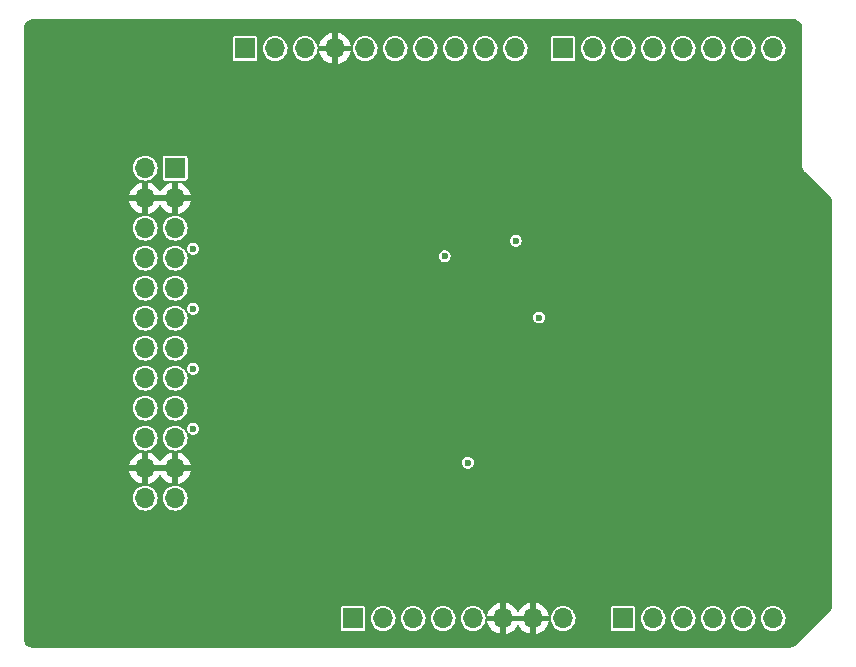
<source format=gbr>
%TF.GenerationSoftware,KiCad,Pcbnew,8.0.3-8.0.3-0~ubuntu23.10.1*%
%TF.CreationDate,2024-08-03T00:22:19-04:00*%
%TF.ProjectId,ADS131M08_Arduino,41445331-3331-44d3-9038-5f4172647569,rev?*%
%TF.SameCoordinates,Original*%
%TF.FileFunction,Copper,L3,Inr*%
%TF.FilePolarity,Positive*%
%FSLAX46Y46*%
G04 Gerber Fmt 4.6, Leading zero omitted, Abs format (unit mm)*
G04 Created by KiCad (PCBNEW 8.0.3-8.0.3-0~ubuntu23.10.1) date 2024-08-03 00:22:19*
%MOMM*%
%LPD*%
G01*
G04 APERTURE LIST*
%TA.AperFunction,ComponentPad*%
%ADD10R,1.700000X1.700000*%
%TD*%
%TA.AperFunction,ComponentPad*%
%ADD11O,1.700000X1.700000*%
%TD*%
%TA.AperFunction,ViaPad*%
%ADD12C,0.600000*%
%TD*%
G04 APERTURE END LIST*
D10*
%TO.N,/SDA{slash}A4*%
%TO.C,J5*%
X12875000Y40670000D03*
D11*
%TO.N,/SCL{slash}A5*%
X10335000Y40670000D03*
%TO.N,GND*%
X12875000Y38130000D03*
X10335000Y38130000D03*
%TO.N,/IN0+*%
X12875000Y35590000D03*
%TO.N,/IN0-*%
X10335000Y35590000D03*
%TO.N,/IN1-*%
X12875000Y33050000D03*
%TO.N,/IN1+*%
X10335000Y33050000D03*
%TO.N,/IN2+*%
X12875000Y30510000D03*
%TO.N,/IN2-*%
X10335000Y30510000D03*
%TO.N,/IN3-*%
X12875000Y27970000D03*
%TO.N,/IN3+*%
X10335000Y27970000D03*
%TO.N,/IN4+*%
X12875000Y25430000D03*
%TO.N,/IN4-*%
X10335000Y25430000D03*
%TO.N,/IN5-*%
X12875000Y22890000D03*
%TO.N,/IN5+*%
X10335000Y22890000D03*
%TO.N,/IN6+*%
X12875000Y20350000D03*
%TO.N,/IN6-*%
X10335000Y20350000D03*
%TO.N,/IN7-*%
X12875000Y17810000D03*
%TO.N,/IN7+*%
X10335000Y17810000D03*
%TO.N,GND*%
X12875000Y15270000D03*
X10335000Y15270000D03*
%TO.N,/A0*%
X12875000Y12730000D03*
%TO.N,+5V*%
X10335000Y12730000D03*
%TD*%
D10*
%TO.N,unconnected-(J1-Pin_1-Pad1)*%
%TO.C,J1*%
X27940000Y2540000D03*
D11*
%TO.N,/IOREF*%
X30480000Y2540000D03*
%TO.N,/~{RESET}*%
X33020000Y2540000D03*
%TO.N,+3V3*%
X35560000Y2540000D03*
%TO.N,+5V*%
X38100000Y2540000D03*
%TO.N,GND*%
X40640000Y2540000D03*
X43180000Y2540000D03*
%TO.N,VCC*%
X45720000Y2540000D03*
%TD*%
D10*
%TO.N,/A0*%
%TO.C,J3*%
X50800000Y2540000D03*
D11*
%TO.N,/A1*%
X53340000Y2540000D03*
%TO.N,/A2*%
X55880000Y2540000D03*
%TO.N,/A3*%
X58420000Y2540000D03*
%TO.N,unconnected-(J3-Pin_5-Pad5)*%
X60960000Y2540000D03*
%TO.N,unconnected-(J3-Pin_6-Pad6)*%
X63500000Y2540000D03*
%TD*%
D10*
%TO.N,/SCL{slash}A5*%
%TO.C,J2*%
X18796000Y50800000D03*
D11*
%TO.N,/SDA{slash}A4*%
X21336000Y50800000D03*
%TO.N,/AREF*%
X23876000Y50800000D03*
%TO.N,GND*%
X26416000Y50800000D03*
%TO.N,/13*%
X28956000Y50800000D03*
%TO.N,/12*%
X31496000Y50800000D03*
%TO.N,/\u002A11*%
X34036000Y50800000D03*
%TO.N,/\u002A10*%
X36576000Y50800000D03*
%TO.N,/\u002A9*%
X39116000Y50800000D03*
%TO.N,/8*%
X41656000Y50800000D03*
%TD*%
D10*
%TO.N,/7*%
%TO.C,J4*%
X45720000Y50800000D03*
D11*
%TO.N,/\u002A6*%
X48260000Y50800000D03*
%TO.N,/\u002A5*%
X50800000Y50800000D03*
%TO.N,/4*%
X53340000Y50800000D03*
%TO.N,/\u002A3*%
X55880000Y50800000D03*
%TO.N,/2*%
X58420000Y50800000D03*
%TO.N,/TX{slash}1*%
X60960000Y50800000D03*
%TO.N,/RX{slash}0*%
X63500000Y50800000D03*
%TD*%
D12*
%TO.N,GND*%
X37870000Y45310000D03*
X37200000Y13600000D03*
X40290000Y29770000D03*
X38780000Y30040000D03*
X32820000Y47710000D03*
X34450000Y26670000D03*
X35120000Y35480000D03*
X34700000Y28700000D03*
X36650000Y32050000D03*
X41660000Y35490000D03*
X35190000Y20290000D03*
X39030000Y40830000D03*
X36200000Y28700000D03*
X37790000Y21890000D03*
X37220000Y20130000D03*
X40430000Y47680000D03*
X30270000Y47680000D03*
X30270000Y45280000D03*
X32640000Y45530000D03*
X32820000Y43080000D03*
X40300000Y45260000D03*
X34700000Y24600000D03*
X38050000Y42430000D03*
X43690000Y28980000D03*
X38000000Y47780000D03*
X40450000Y42530000D03*
X11770000Y43400000D03*
X35400000Y45380000D03*
X35470000Y42500000D03*
X35450000Y47760000D03*
%TO.N,+5V*%
X37670000Y15730000D03*
X41710000Y34520000D03*
%TO.N,+3.3V*%
X43690000Y28020000D03*
X35700000Y33220000D03*
%TO.N,/IN1+*%
X14400000Y33840000D03*
%TO.N,/IN5+*%
X14400000Y23680000D03*
%TO.N,/IN7+*%
X14400000Y18600000D03*
%TO.N,/IN3+*%
X14400000Y28760000D03*
%TD*%
%TA.AperFunction,Conductor*%
%TO.N,GND*%
G36*
X42714075Y2732993D02*
G01*
X42680000Y2605826D01*
X42680000Y2474174D01*
X42714075Y2347007D01*
X42746988Y2290000D01*
X41073012Y2290000D01*
X41105925Y2347007D01*
X41140000Y2474174D01*
X41140000Y2605826D01*
X41105925Y2732993D01*
X41073012Y2790000D01*
X42746988Y2790000D01*
X42714075Y2732993D01*
G37*
%TD.AperFunction*%
%TA.AperFunction,Conductor*%
G36*
X12409075Y15462993D02*
G01*
X12375000Y15335826D01*
X12375000Y15204174D01*
X12409075Y15077007D01*
X12441988Y15020000D01*
X10768012Y15020000D01*
X10800925Y15077007D01*
X10835000Y15204174D01*
X10835000Y15335826D01*
X10800925Y15462993D01*
X10768012Y15520000D01*
X12441988Y15520000D01*
X12409075Y15462993D01*
G37*
%TD.AperFunction*%
%TA.AperFunction,Conductor*%
G36*
X12409075Y38322993D02*
G01*
X12375000Y38195826D01*
X12375000Y38064174D01*
X12409075Y37937007D01*
X12441988Y37880000D01*
X10768012Y37880000D01*
X10800925Y37937007D01*
X10835000Y38064174D01*
X10835000Y38195826D01*
X10800925Y38322993D01*
X10768012Y38380000D01*
X12441988Y38380000D01*
X12409075Y38322993D01*
G37*
%TD.AperFunction*%
%TA.AperFunction,Conductor*%
G36*
X65281056Y53264199D02*
G01*
X65405806Y53251913D01*
X65417814Y53249524D01*
X65534828Y53214028D01*
X65546138Y53209343D01*
X65653968Y53151707D01*
X65664156Y53144900D01*
X65758670Y53067334D01*
X65767333Y53058671D01*
X65844899Y52964157D01*
X65851706Y52953969D01*
X65909340Y52846143D01*
X65914029Y52834824D01*
X65949522Y52717820D01*
X65951912Y52705803D01*
X65964199Y52581057D01*
X65964500Y52574931D01*
X65964500Y40934595D01*
X65964520Y40934385D01*
X65964519Y40889727D01*
X65964519Y40889719D01*
X65985136Y40759518D01*
X66014219Y40670000D01*
X66025867Y40634146D01*
X66085710Y40516688D01*
X66163191Y40410038D01*
X66209797Y40363430D01*
X66209798Y40363429D01*
X66235929Y40337296D01*
X66235935Y40337292D01*
X68301251Y38271976D01*
X68305372Y38267430D01*
X68384895Y38170524D01*
X68391701Y38160336D01*
X68449330Y38052510D01*
X68454018Y38041191D01*
X68489506Y37924191D01*
X68491896Y37912173D01*
X68504198Y37787207D01*
X68504499Y37781082D01*
X68504498Y37747416D01*
X68504500Y37747407D01*
X68504500Y3649439D01*
X68504499Y3649429D01*
X68504499Y3620695D01*
X68504198Y3614571D01*
X68491916Y3489830D01*
X68489526Y3477811D01*
X68454033Y3360806D01*
X68449343Y3349485D01*
X68391710Y3241667D01*
X68384902Y3231479D01*
X68305321Y3134520D01*
X68301203Y3129976D01*
X68286085Y3114859D01*
X65450544Y279317D01*
X65450505Y279278D01*
X65449937Y278711D01*
X65445430Y274629D01*
X65348526Y195108D01*
X65338339Y188302D01*
X65230509Y130669D01*
X65219189Y125981D01*
X65102191Y90494D01*
X65090173Y88104D01*
X64965206Y75802D01*
X64959081Y75501D01*
X64925416Y75502D01*
X64925406Y75500D01*
X765070Y75500D01*
X758944Y75801D01*
X634197Y88088D01*
X622180Y90478D01*
X505176Y125971D01*
X493857Y130660D01*
X386031Y188294D01*
X375843Y195101D01*
X281329Y272667D01*
X272666Y281330D01*
X195100Y375844D01*
X188293Y386032D01*
X130659Y493858D01*
X125972Y505172D01*
X90476Y622186D01*
X88087Y634198D01*
X75801Y758944D01*
X75500Y765070D01*
X75500Y3409749D01*
X26889500Y3409749D01*
X26889500Y1670252D01*
X26901132Y1611770D01*
X26901133Y1611768D01*
X26945447Y1545448D01*
X27011767Y1501134D01*
X27011769Y1501133D01*
X27070252Y1489500D01*
X28809748Y1489500D01*
X28868231Y1501133D01*
X28934552Y1545448D01*
X28978867Y1611769D01*
X28990500Y1670252D01*
X28990500Y2540001D01*
X29424417Y2540001D01*
X29424417Y2540000D01*
X29444699Y2334070D01*
X29444700Y2334065D01*
X29504766Y2136051D01*
X29504768Y2136046D01*
X29602311Y1953556D01*
X29602313Y1953552D01*
X29602315Y1953550D01*
X29733590Y1793590D01*
X29893550Y1662315D01*
X29893553Y1662314D01*
X29893555Y1662312D01*
X29968912Y1622033D01*
X30076046Y1564768D01*
X30274066Y1504700D01*
X30480000Y1484417D01*
X30685934Y1504700D01*
X30883954Y1564768D01*
X31066450Y1662315D01*
X31226410Y1793590D01*
X31357685Y1953550D01*
X31455232Y2136046D01*
X31515300Y2334066D01*
X31535583Y2540000D01*
X31535583Y2540001D01*
X31964417Y2540001D01*
X31964417Y2540000D01*
X31984699Y2334070D01*
X31984700Y2334065D01*
X32044766Y2136051D01*
X32044768Y2136046D01*
X32142311Y1953556D01*
X32142313Y1953552D01*
X32142315Y1953550D01*
X32273590Y1793590D01*
X32433550Y1662315D01*
X32433553Y1662314D01*
X32433555Y1662312D01*
X32508912Y1622033D01*
X32616046Y1564768D01*
X32814066Y1504700D01*
X33020000Y1484417D01*
X33225934Y1504700D01*
X33423954Y1564768D01*
X33606450Y1662315D01*
X33766410Y1793590D01*
X33897685Y1953550D01*
X33995232Y2136046D01*
X34055300Y2334066D01*
X34075583Y2540000D01*
X34075583Y2540001D01*
X34504417Y2540001D01*
X34504417Y2540000D01*
X34524699Y2334070D01*
X34524700Y2334065D01*
X34584766Y2136051D01*
X34584768Y2136046D01*
X34682311Y1953556D01*
X34682313Y1953552D01*
X34682315Y1953550D01*
X34813590Y1793590D01*
X34973550Y1662315D01*
X34973553Y1662314D01*
X34973555Y1662312D01*
X35048912Y1622033D01*
X35156046Y1564768D01*
X35354066Y1504700D01*
X35560000Y1484417D01*
X35765934Y1504700D01*
X35963954Y1564768D01*
X36146450Y1662315D01*
X36306410Y1793590D01*
X36437685Y1953550D01*
X36535232Y2136046D01*
X36595300Y2334066D01*
X36615583Y2540000D01*
X36615583Y2540001D01*
X37044417Y2540001D01*
X37044417Y2540000D01*
X37064699Y2334070D01*
X37064700Y2334065D01*
X37124766Y2136051D01*
X37124768Y2136046D01*
X37222311Y1953556D01*
X37222313Y1953552D01*
X37222315Y1953550D01*
X37353590Y1793590D01*
X37513550Y1662315D01*
X37513553Y1662314D01*
X37513555Y1662312D01*
X37588912Y1622033D01*
X37696046Y1564768D01*
X37894066Y1504700D01*
X38100000Y1484417D01*
X38305934Y1504700D01*
X38503954Y1564768D01*
X38686450Y1662315D01*
X38846410Y1793590D01*
X38977685Y1953550D01*
X39075232Y2136046D01*
X39135300Y2334066D01*
X39155583Y2540000D01*
X39135300Y2745934D01*
X39121932Y2790002D01*
X39309363Y2790002D01*
X39309364Y2790000D01*
X40206988Y2790000D01*
X40174075Y2732993D01*
X40140000Y2605826D01*
X40140000Y2474174D01*
X40174075Y2347007D01*
X40206988Y2290000D01*
X39309364Y2290000D01*
X39309363Y2289999D01*
X39366567Y2076513D01*
X39366568Y2076511D01*
X39466398Y1862425D01*
X39601892Y1668919D01*
X39768918Y1501893D01*
X39962426Y1366397D01*
X40176503Y1266572D01*
X40176519Y1266566D01*
X40389998Y1209365D01*
X40390000Y1209366D01*
X40390000Y2106988D01*
X40447007Y2074075D01*
X40574174Y2040000D01*
X40705826Y2040000D01*
X40832993Y2074075D01*
X40890000Y2106988D01*
X40890000Y1209366D01*
X40890001Y1209365D01*
X41103480Y1266566D01*
X41103496Y1266572D01*
X41317573Y1366397D01*
X41511081Y1501893D01*
X41678107Y1668919D01*
X41813603Y1862427D01*
X41853356Y1947678D01*
X41888623Y1979996D01*
X41936413Y1977909D01*
X41966644Y1947678D01*
X42006396Y1862427D01*
X42141892Y1668919D01*
X42308918Y1501893D01*
X42502426Y1366397D01*
X42716503Y1266572D01*
X42716519Y1266566D01*
X42929998Y1209365D01*
X42930000Y1209366D01*
X42930000Y2106988D01*
X42987007Y2074075D01*
X43114174Y2040000D01*
X43245826Y2040000D01*
X43372993Y2074075D01*
X43430000Y2106988D01*
X43430000Y1209366D01*
X43430001Y1209365D01*
X43643480Y1266566D01*
X43643496Y1266572D01*
X43857573Y1366397D01*
X44051081Y1501893D01*
X44218107Y1668919D01*
X44353601Y1862425D01*
X44453431Y2076511D01*
X44453432Y2076513D01*
X44510636Y2289999D01*
X44510636Y2290000D01*
X43613012Y2290000D01*
X43645925Y2347007D01*
X43680000Y2474174D01*
X43680000Y2540001D01*
X44664417Y2540001D01*
X44664417Y2540000D01*
X44684699Y2334070D01*
X44684700Y2334065D01*
X44744766Y2136051D01*
X44744768Y2136046D01*
X44842311Y1953556D01*
X44842313Y1953552D01*
X44842315Y1953550D01*
X44973590Y1793590D01*
X45133550Y1662315D01*
X45133553Y1662314D01*
X45133555Y1662312D01*
X45208912Y1622033D01*
X45316046Y1564768D01*
X45514066Y1504700D01*
X45720000Y1484417D01*
X45925934Y1504700D01*
X46123954Y1564768D01*
X46306450Y1662315D01*
X46466410Y1793590D01*
X46597685Y1953550D01*
X46695232Y2136046D01*
X46755300Y2334066D01*
X46775583Y2540000D01*
X46755300Y2745934D01*
X46695232Y2943954D01*
X46597685Y3126450D01*
X46522899Y3217578D01*
X46466411Y3286409D01*
X46466408Y3286412D01*
X46316120Y3409749D01*
X49749500Y3409749D01*
X49749500Y1670252D01*
X49761132Y1611770D01*
X49761133Y1611768D01*
X49805447Y1545448D01*
X49871767Y1501134D01*
X49871769Y1501133D01*
X49930252Y1489500D01*
X51669748Y1489500D01*
X51728231Y1501133D01*
X51794552Y1545448D01*
X51838867Y1611769D01*
X51850500Y1670252D01*
X51850500Y2540001D01*
X52284417Y2540001D01*
X52284417Y2540000D01*
X52304699Y2334070D01*
X52304700Y2334065D01*
X52364766Y2136051D01*
X52364768Y2136046D01*
X52462311Y1953556D01*
X52462313Y1953552D01*
X52462315Y1953550D01*
X52593590Y1793590D01*
X52753550Y1662315D01*
X52753553Y1662314D01*
X52753555Y1662312D01*
X52828912Y1622033D01*
X52936046Y1564768D01*
X53134066Y1504700D01*
X53340000Y1484417D01*
X53545934Y1504700D01*
X53743954Y1564768D01*
X53926450Y1662315D01*
X54086410Y1793590D01*
X54217685Y1953550D01*
X54315232Y2136046D01*
X54375300Y2334066D01*
X54395583Y2540000D01*
X54395583Y2540001D01*
X54824417Y2540001D01*
X54824417Y2540000D01*
X54844699Y2334070D01*
X54844700Y2334065D01*
X54904766Y2136051D01*
X54904768Y2136046D01*
X55002311Y1953556D01*
X55002313Y1953552D01*
X55002315Y1953550D01*
X55133590Y1793590D01*
X55293550Y1662315D01*
X55293553Y1662314D01*
X55293555Y1662312D01*
X55368912Y1622033D01*
X55476046Y1564768D01*
X55674066Y1504700D01*
X55880000Y1484417D01*
X56085934Y1504700D01*
X56283954Y1564768D01*
X56466450Y1662315D01*
X56626410Y1793590D01*
X56757685Y1953550D01*
X56855232Y2136046D01*
X56915300Y2334066D01*
X56935583Y2540000D01*
X56935583Y2540001D01*
X57364417Y2540001D01*
X57364417Y2540000D01*
X57384699Y2334070D01*
X57384700Y2334065D01*
X57444766Y2136051D01*
X57444768Y2136046D01*
X57542311Y1953556D01*
X57542313Y1953552D01*
X57542315Y1953550D01*
X57673590Y1793590D01*
X57833550Y1662315D01*
X57833553Y1662314D01*
X57833555Y1662312D01*
X57908912Y1622033D01*
X58016046Y1564768D01*
X58214066Y1504700D01*
X58420000Y1484417D01*
X58625934Y1504700D01*
X58823954Y1564768D01*
X59006450Y1662315D01*
X59166410Y1793590D01*
X59297685Y1953550D01*
X59395232Y2136046D01*
X59455300Y2334066D01*
X59475583Y2540000D01*
X59475583Y2540001D01*
X59904417Y2540001D01*
X59904417Y2540000D01*
X59924699Y2334070D01*
X59924700Y2334065D01*
X59984766Y2136051D01*
X59984768Y2136046D01*
X60082311Y1953556D01*
X60082313Y1953552D01*
X60082315Y1953550D01*
X60213590Y1793590D01*
X60373550Y1662315D01*
X60373553Y1662314D01*
X60373555Y1662312D01*
X60448912Y1622033D01*
X60556046Y1564768D01*
X60754066Y1504700D01*
X60960000Y1484417D01*
X61165934Y1504700D01*
X61363954Y1564768D01*
X61546450Y1662315D01*
X61706410Y1793590D01*
X61837685Y1953550D01*
X61935232Y2136046D01*
X61995300Y2334066D01*
X62015583Y2540000D01*
X62015583Y2540001D01*
X62444417Y2540001D01*
X62444417Y2540000D01*
X62464699Y2334070D01*
X62464700Y2334065D01*
X62524766Y2136051D01*
X62524768Y2136046D01*
X62622311Y1953556D01*
X62622313Y1953552D01*
X62622315Y1953550D01*
X62753590Y1793590D01*
X62913550Y1662315D01*
X62913553Y1662314D01*
X62913555Y1662312D01*
X62988912Y1622033D01*
X63096046Y1564768D01*
X63294066Y1504700D01*
X63500000Y1484417D01*
X63705934Y1504700D01*
X63903954Y1564768D01*
X64086450Y1662315D01*
X64246410Y1793590D01*
X64377685Y1953550D01*
X64475232Y2136046D01*
X64535300Y2334066D01*
X64555583Y2540000D01*
X64535300Y2745934D01*
X64475232Y2943954D01*
X64377685Y3126450D01*
X64302899Y3217578D01*
X64246411Y3286409D01*
X64246408Y3286412D01*
X64086455Y3417681D01*
X64086453Y3417682D01*
X64086450Y3417685D01*
X64086448Y3417687D01*
X64086444Y3417689D01*
X63903954Y3515232D01*
X63903949Y3515234D01*
X63705935Y3575300D01*
X63705930Y3575301D01*
X63500000Y3595583D01*
X63294069Y3575301D01*
X63294064Y3575300D01*
X63096050Y3515234D01*
X63096045Y3515232D01*
X62913555Y3417689D01*
X62913544Y3417681D01*
X62753591Y3286412D01*
X62753588Y3286409D01*
X62622319Y3126456D01*
X62622311Y3126445D01*
X62524768Y2943955D01*
X62524766Y2943950D01*
X62464700Y2745936D01*
X62464699Y2745931D01*
X62444417Y2540001D01*
X62015583Y2540001D01*
X61995300Y2745934D01*
X61935232Y2943954D01*
X61837685Y3126450D01*
X61762899Y3217578D01*
X61706411Y3286409D01*
X61706408Y3286412D01*
X61546455Y3417681D01*
X61546453Y3417682D01*
X61546450Y3417685D01*
X61546448Y3417687D01*
X61546444Y3417689D01*
X61363954Y3515232D01*
X61363949Y3515234D01*
X61165935Y3575300D01*
X61165930Y3575301D01*
X60960000Y3595583D01*
X60754069Y3575301D01*
X60754064Y3575300D01*
X60556050Y3515234D01*
X60556045Y3515232D01*
X60373555Y3417689D01*
X60373544Y3417681D01*
X60213591Y3286412D01*
X60213588Y3286409D01*
X60082319Y3126456D01*
X60082311Y3126445D01*
X59984768Y2943955D01*
X59984766Y2943950D01*
X59924700Y2745936D01*
X59924699Y2745931D01*
X59904417Y2540001D01*
X59475583Y2540001D01*
X59455300Y2745934D01*
X59395232Y2943954D01*
X59297685Y3126450D01*
X59222899Y3217578D01*
X59166411Y3286409D01*
X59166408Y3286412D01*
X59006455Y3417681D01*
X59006453Y3417682D01*
X59006450Y3417685D01*
X59006448Y3417687D01*
X59006444Y3417689D01*
X58823954Y3515232D01*
X58823949Y3515234D01*
X58625935Y3575300D01*
X58625930Y3575301D01*
X58420000Y3595583D01*
X58214069Y3575301D01*
X58214064Y3575300D01*
X58016050Y3515234D01*
X58016045Y3515232D01*
X57833555Y3417689D01*
X57833544Y3417681D01*
X57673591Y3286412D01*
X57673588Y3286409D01*
X57542319Y3126456D01*
X57542311Y3126445D01*
X57444768Y2943955D01*
X57444766Y2943950D01*
X57384700Y2745936D01*
X57384699Y2745931D01*
X57364417Y2540001D01*
X56935583Y2540001D01*
X56915300Y2745934D01*
X56855232Y2943954D01*
X56757685Y3126450D01*
X56682899Y3217578D01*
X56626411Y3286409D01*
X56626408Y3286412D01*
X56466455Y3417681D01*
X56466453Y3417682D01*
X56466450Y3417685D01*
X56466448Y3417687D01*
X56466444Y3417689D01*
X56283954Y3515232D01*
X56283949Y3515234D01*
X56085935Y3575300D01*
X56085930Y3575301D01*
X55880000Y3595583D01*
X55674069Y3575301D01*
X55674064Y3575300D01*
X55476050Y3515234D01*
X55476045Y3515232D01*
X55293555Y3417689D01*
X55293544Y3417681D01*
X55133591Y3286412D01*
X55133588Y3286409D01*
X55002319Y3126456D01*
X55002311Y3126445D01*
X54904768Y2943955D01*
X54904766Y2943950D01*
X54844700Y2745936D01*
X54844699Y2745931D01*
X54824417Y2540001D01*
X54395583Y2540001D01*
X54375300Y2745934D01*
X54315232Y2943954D01*
X54217685Y3126450D01*
X54142899Y3217578D01*
X54086411Y3286409D01*
X54086408Y3286412D01*
X53926455Y3417681D01*
X53926453Y3417682D01*
X53926450Y3417685D01*
X53926448Y3417687D01*
X53926444Y3417689D01*
X53743954Y3515232D01*
X53743949Y3515234D01*
X53545935Y3575300D01*
X53545930Y3575301D01*
X53340000Y3595583D01*
X53134069Y3575301D01*
X53134064Y3575300D01*
X52936050Y3515234D01*
X52936045Y3515232D01*
X52753555Y3417689D01*
X52753544Y3417681D01*
X52593591Y3286412D01*
X52593588Y3286409D01*
X52462319Y3126456D01*
X52462311Y3126445D01*
X52364768Y2943955D01*
X52364766Y2943950D01*
X52304700Y2745936D01*
X52304699Y2745931D01*
X52284417Y2540001D01*
X51850500Y2540001D01*
X51850500Y3409748D01*
X51838867Y3468231D01*
X51824435Y3489830D01*
X51794552Y3534553D01*
X51728232Y3578867D01*
X51728230Y3578868D01*
X51669748Y3590500D01*
X49930252Y3590500D01*
X49871769Y3578868D01*
X49871767Y3578867D01*
X49805447Y3534553D01*
X49761133Y3468233D01*
X49761132Y3468231D01*
X49749500Y3409749D01*
X46316120Y3409749D01*
X46306455Y3417681D01*
X46306453Y3417682D01*
X46306450Y3417685D01*
X46306448Y3417687D01*
X46306444Y3417689D01*
X46123954Y3515232D01*
X46123949Y3515234D01*
X45925935Y3575300D01*
X45925930Y3575301D01*
X45720000Y3595583D01*
X45514069Y3575301D01*
X45514064Y3575300D01*
X45316050Y3515234D01*
X45316045Y3515232D01*
X45133555Y3417689D01*
X45133544Y3417681D01*
X44973591Y3286412D01*
X44973588Y3286409D01*
X44842319Y3126456D01*
X44842311Y3126445D01*
X44744768Y2943955D01*
X44744766Y2943950D01*
X44684700Y2745936D01*
X44684699Y2745931D01*
X44664417Y2540001D01*
X43680000Y2540001D01*
X43680000Y2605826D01*
X43645925Y2732993D01*
X43613012Y2790000D01*
X44510636Y2790000D01*
X44510636Y2790002D01*
X44453432Y3003488D01*
X44453431Y3003490D01*
X44353600Y3217578D01*
X44218109Y3411080D01*
X44051081Y3578108D01*
X43857575Y3713602D01*
X43643489Y3813432D01*
X43643487Y3813433D01*
X43430001Y3870637D01*
X43430000Y3870636D01*
X43430000Y2973012D01*
X43372993Y3005925D01*
X43245826Y3040000D01*
X43114174Y3040000D01*
X42987007Y3005925D01*
X42930000Y2973012D01*
X42930000Y3870636D01*
X42929998Y3870637D01*
X42716512Y3813433D01*
X42716510Y3813432D01*
X42502422Y3713601D01*
X42308920Y3578110D01*
X42141890Y3411080D01*
X42006399Y3217578D01*
X41966644Y3132322D01*
X41931376Y3100005D01*
X41883586Y3102092D01*
X41853356Y3132322D01*
X41813600Y3217578D01*
X41678109Y3411080D01*
X41511081Y3578108D01*
X41317575Y3713602D01*
X41103489Y3813432D01*
X41103487Y3813433D01*
X40890001Y3870637D01*
X40890000Y3870636D01*
X40890000Y2973012D01*
X40832993Y3005925D01*
X40705826Y3040000D01*
X40574174Y3040000D01*
X40447007Y3005925D01*
X40390000Y2973012D01*
X40390000Y3870636D01*
X40389998Y3870637D01*
X40176512Y3813433D01*
X40176510Y3813432D01*
X39962422Y3713601D01*
X39768920Y3578110D01*
X39601890Y3411080D01*
X39466399Y3217578D01*
X39366568Y3003490D01*
X39366567Y3003488D01*
X39309363Y2790002D01*
X39121932Y2790002D01*
X39075232Y2943954D01*
X38977685Y3126450D01*
X38902899Y3217578D01*
X38846411Y3286409D01*
X38846408Y3286412D01*
X38686455Y3417681D01*
X38686453Y3417682D01*
X38686450Y3417685D01*
X38686448Y3417687D01*
X38686444Y3417689D01*
X38503954Y3515232D01*
X38503949Y3515234D01*
X38305935Y3575300D01*
X38305930Y3575301D01*
X38100000Y3595583D01*
X37894069Y3575301D01*
X37894064Y3575300D01*
X37696050Y3515234D01*
X37696045Y3515232D01*
X37513555Y3417689D01*
X37513544Y3417681D01*
X37353591Y3286412D01*
X37353588Y3286409D01*
X37222319Y3126456D01*
X37222311Y3126445D01*
X37124768Y2943955D01*
X37124766Y2943950D01*
X37064700Y2745936D01*
X37064699Y2745931D01*
X37044417Y2540001D01*
X36615583Y2540001D01*
X36595300Y2745934D01*
X36535232Y2943954D01*
X36437685Y3126450D01*
X36362899Y3217578D01*
X36306411Y3286409D01*
X36306408Y3286412D01*
X36146455Y3417681D01*
X36146453Y3417682D01*
X36146450Y3417685D01*
X36146448Y3417687D01*
X36146444Y3417689D01*
X35963954Y3515232D01*
X35963949Y3515234D01*
X35765935Y3575300D01*
X35765930Y3575301D01*
X35560000Y3595583D01*
X35354069Y3575301D01*
X35354064Y3575300D01*
X35156050Y3515234D01*
X35156045Y3515232D01*
X34973555Y3417689D01*
X34973544Y3417681D01*
X34813591Y3286412D01*
X34813588Y3286409D01*
X34682319Y3126456D01*
X34682311Y3126445D01*
X34584768Y2943955D01*
X34584766Y2943950D01*
X34524700Y2745936D01*
X34524699Y2745931D01*
X34504417Y2540001D01*
X34075583Y2540001D01*
X34055300Y2745934D01*
X33995232Y2943954D01*
X33897685Y3126450D01*
X33822899Y3217578D01*
X33766411Y3286409D01*
X33766408Y3286412D01*
X33606455Y3417681D01*
X33606453Y3417682D01*
X33606450Y3417685D01*
X33606448Y3417687D01*
X33606444Y3417689D01*
X33423954Y3515232D01*
X33423949Y3515234D01*
X33225935Y3575300D01*
X33225930Y3575301D01*
X33020000Y3595583D01*
X32814069Y3575301D01*
X32814064Y3575300D01*
X32616050Y3515234D01*
X32616045Y3515232D01*
X32433555Y3417689D01*
X32433544Y3417681D01*
X32273591Y3286412D01*
X32273588Y3286409D01*
X32142319Y3126456D01*
X32142311Y3126445D01*
X32044768Y2943955D01*
X32044766Y2943950D01*
X31984700Y2745936D01*
X31984699Y2745931D01*
X31964417Y2540001D01*
X31535583Y2540001D01*
X31515300Y2745934D01*
X31455232Y2943954D01*
X31357685Y3126450D01*
X31282899Y3217578D01*
X31226411Y3286409D01*
X31226408Y3286412D01*
X31066455Y3417681D01*
X31066453Y3417682D01*
X31066450Y3417685D01*
X31066448Y3417687D01*
X31066444Y3417689D01*
X30883954Y3515232D01*
X30883949Y3515234D01*
X30685935Y3575300D01*
X30685930Y3575301D01*
X30480000Y3595583D01*
X30274069Y3575301D01*
X30274064Y3575300D01*
X30076050Y3515234D01*
X30076045Y3515232D01*
X29893555Y3417689D01*
X29893544Y3417681D01*
X29733591Y3286412D01*
X29733588Y3286409D01*
X29602319Y3126456D01*
X29602311Y3126445D01*
X29504768Y2943955D01*
X29504766Y2943950D01*
X29444700Y2745936D01*
X29444699Y2745931D01*
X29424417Y2540001D01*
X28990500Y2540001D01*
X28990500Y3409748D01*
X28978867Y3468231D01*
X28964435Y3489830D01*
X28934552Y3534553D01*
X28868232Y3578867D01*
X28868230Y3578868D01*
X28809748Y3590500D01*
X27070252Y3590500D01*
X27011769Y3578868D01*
X27011767Y3578867D01*
X26945447Y3534553D01*
X26901133Y3468233D01*
X26901132Y3468231D01*
X26889500Y3409749D01*
X75500Y3409749D01*
X75500Y12730001D01*
X9279417Y12730001D01*
X9279417Y12730000D01*
X9299699Y12524070D01*
X9299700Y12524065D01*
X9359766Y12326051D01*
X9359768Y12326046D01*
X9457311Y12143556D01*
X9457313Y12143552D01*
X9457315Y12143550D01*
X9588590Y11983590D01*
X9748550Y11852315D01*
X9748553Y11852314D01*
X9748555Y11852312D01*
X9823912Y11812033D01*
X9931046Y11754768D01*
X10129066Y11694700D01*
X10335000Y11674417D01*
X10540934Y11694700D01*
X10738954Y11754768D01*
X10921450Y11852315D01*
X11081410Y11983590D01*
X11212685Y12143550D01*
X11310232Y12326046D01*
X11370300Y12524066D01*
X11390583Y12730000D01*
X11390583Y12730001D01*
X11819417Y12730001D01*
X11819417Y12730000D01*
X11839699Y12524070D01*
X11839700Y12524065D01*
X11899766Y12326051D01*
X11899768Y12326046D01*
X11997311Y12143556D01*
X11997313Y12143552D01*
X11997315Y12143550D01*
X12128590Y11983590D01*
X12288550Y11852315D01*
X12288553Y11852314D01*
X12288555Y11852312D01*
X12363912Y11812033D01*
X12471046Y11754768D01*
X12669066Y11694700D01*
X12875000Y11674417D01*
X13080934Y11694700D01*
X13278954Y11754768D01*
X13461450Y11852315D01*
X13621410Y11983590D01*
X13752685Y12143550D01*
X13850232Y12326046D01*
X13910300Y12524066D01*
X13930583Y12730000D01*
X13910300Y12935934D01*
X13850232Y13133954D01*
X13752685Y13316450D01*
X13621410Y13476410D01*
X13461450Y13607685D01*
X13461448Y13607687D01*
X13461444Y13607689D01*
X13278954Y13705232D01*
X13278949Y13705234D01*
X13080935Y13765300D01*
X13080930Y13765301D01*
X12875000Y13785583D01*
X12669069Y13765301D01*
X12669064Y13765300D01*
X12471050Y13705234D01*
X12471045Y13705232D01*
X12288555Y13607689D01*
X12288544Y13607681D01*
X12128591Y13476412D01*
X12128588Y13476409D01*
X11997319Y13316456D01*
X11997311Y13316445D01*
X11899768Y13133955D01*
X11899766Y13133950D01*
X11839700Y12935936D01*
X11839699Y12935931D01*
X11819417Y12730001D01*
X11390583Y12730001D01*
X11370300Y12935934D01*
X11310232Y13133954D01*
X11212685Y13316450D01*
X11081410Y13476410D01*
X10921450Y13607685D01*
X10921448Y13607687D01*
X10921444Y13607689D01*
X10738954Y13705232D01*
X10738949Y13705234D01*
X10540935Y13765300D01*
X10540930Y13765301D01*
X10335000Y13785583D01*
X10129069Y13765301D01*
X10129064Y13765300D01*
X9931050Y13705234D01*
X9931045Y13705232D01*
X9748555Y13607689D01*
X9748544Y13607681D01*
X9588591Y13476412D01*
X9588588Y13476409D01*
X9457319Y13316456D01*
X9457311Y13316445D01*
X9359768Y13133955D01*
X9359766Y13133950D01*
X9299700Y12935936D01*
X9299699Y12935931D01*
X9279417Y12730001D01*
X75500Y12730001D01*
X75500Y15520002D01*
X9004363Y15520002D01*
X9004364Y15520000D01*
X9901988Y15520000D01*
X9869075Y15462993D01*
X9835000Y15335826D01*
X9835000Y15204174D01*
X9869075Y15077007D01*
X9901988Y15020000D01*
X9004364Y15020000D01*
X9004363Y15019999D01*
X9061567Y14806513D01*
X9061568Y14806511D01*
X9161398Y14592425D01*
X9296892Y14398919D01*
X9463918Y14231893D01*
X9657426Y14096397D01*
X9871503Y13996572D01*
X9871519Y13996566D01*
X10084998Y13939365D01*
X10085000Y13939366D01*
X10085000Y14836988D01*
X10142007Y14804075D01*
X10269174Y14770000D01*
X10400826Y14770000D01*
X10527993Y14804075D01*
X10585000Y14836988D01*
X10585000Y13939366D01*
X10585001Y13939365D01*
X10798480Y13996566D01*
X10798496Y13996572D01*
X11012573Y14096397D01*
X11206081Y14231893D01*
X11373107Y14398919D01*
X11508603Y14592427D01*
X11548356Y14677678D01*
X11583623Y14709996D01*
X11631413Y14707909D01*
X11661644Y14677678D01*
X11701396Y14592427D01*
X11836892Y14398919D01*
X12003918Y14231893D01*
X12197426Y14096397D01*
X12411503Y13996572D01*
X12411519Y13996566D01*
X12624998Y13939365D01*
X12625000Y13939366D01*
X12625000Y14836988D01*
X12682007Y14804075D01*
X12809174Y14770000D01*
X12940826Y14770000D01*
X13067993Y14804075D01*
X13125000Y14836988D01*
X13125000Y13939366D01*
X13125001Y13939365D01*
X13338480Y13996566D01*
X13338496Y13996572D01*
X13552573Y14096397D01*
X13746081Y14231893D01*
X13913107Y14398919D01*
X14048601Y14592425D01*
X14148431Y14806511D01*
X14148432Y14806513D01*
X14205636Y15019999D01*
X14205636Y15020000D01*
X13308012Y15020000D01*
X13340925Y15077007D01*
X13375000Y15204174D01*
X13375000Y15335826D01*
X13340925Y15462993D01*
X13308012Y15520000D01*
X14205636Y15520000D01*
X14205636Y15520002D01*
X14149367Y15730000D01*
X37164353Y15730000D01*
X37184834Y15587545D01*
X37244623Y15456628D01*
X37244623Y15456626D01*
X37338871Y15347858D01*
X37338872Y15347857D01*
X37459947Y15270047D01*
X37459949Y15270047D01*
X37459950Y15270046D01*
X37598036Y15229501D01*
X37598038Y15229500D01*
X37598039Y15229500D01*
X37741962Y15229500D01*
X37741962Y15229501D01*
X37880053Y15270047D01*
X38001128Y15347857D01*
X38095377Y15456627D01*
X38155165Y15587543D01*
X38175647Y15730000D01*
X38155165Y15872457D01*
X38095377Y16003373D01*
X38095376Y16003375D01*
X38001128Y16112143D01*
X37956101Y16141080D01*
X37880053Y16189953D01*
X37880051Y16189954D01*
X37880049Y16189955D01*
X37741963Y16230500D01*
X37741961Y16230500D01*
X37598039Y16230500D01*
X37598037Y16230500D01*
X37459950Y16189955D01*
X37338871Y16112143D01*
X37244623Y16003375D01*
X37244623Y16003373D01*
X37184834Y15872456D01*
X37164353Y15730000D01*
X14149367Y15730000D01*
X14148432Y15733488D01*
X14148431Y15733490D01*
X14048600Y15947578D01*
X13913109Y16141080D01*
X13746081Y16308108D01*
X13552575Y16443602D01*
X13338489Y16543432D01*
X13338487Y16543433D01*
X13125001Y16600637D01*
X13125000Y16600636D01*
X13125000Y15703012D01*
X13067993Y15735925D01*
X12940826Y15770000D01*
X12809174Y15770000D01*
X12682007Y15735925D01*
X12625000Y15703012D01*
X12625000Y16600636D01*
X12624998Y16600637D01*
X12411512Y16543433D01*
X12411510Y16543432D01*
X12197422Y16443601D01*
X12003920Y16308110D01*
X11836890Y16141080D01*
X11701399Y15947578D01*
X11661644Y15862322D01*
X11626376Y15830005D01*
X11578586Y15832092D01*
X11548356Y15862322D01*
X11508600Y15947578D01*
X11373109Y16141080D01*
X11206081Y16308108D01*
X11012575Y16443602D01*
X10798489Y16543432D01*
X10798487Y16543433D01*
X10585001Y16600637D01*
X10585000Y16600636D01*
X10585000Y15703012D01*
X10527993Y15735925D01*
X10400826Y15770000D01*
X10269174Y15770000D01*
X10142007Y15735925D01*
X10085000Y15703012D01*
X10085000Y16600636D01*
X10084998Y16600637D01*
X9871512Y16543433D01*
X9871510Y16543432D01*
X9657422Y16443601D01*
X9463920Y16308110D01*
X9296890Y16141080D01*
X9161399Y15947578D01*
X9061568Y15733490D01*
X9061567Y15733488D01*
X9004363Y15520002D01*
X75500Y15520002D01*
X75500Y17810001D01*
X9279417Y17810001D01*
X9279417Y17810000D01*
X9299699Y17604070D01*
X9299700Y17604065D01*
X9359766Y17406051D01*
X9359768Y17406046D01*
X9457311Y17223556D01*
X9457313Y17223552D01*
X9457315Y17223550D01*
X9588590Y17063590D01*
X9748550Y16932315D01*
X9748553Y16932314D01*
X9748555Y16932312D01*
X9823912Y16892033D01*
X9931046Y16834768D01*
X10129066Y16774700D01*
X10335000Y16754417D01*
X10540934Y16774700D01*
X10738954Y16834768D01*
X10921450Y16932315D01*
X11081410Y17063590D01*
X11212685Y17223550D01*
X11310232Y17406046D01*
X11370300Y17604066D01*
X11390583Y17810000D01*
X11390583Y17810001D01*
X11819417Y17810001D01*
X11819417Y17810000D01*
X11839699Y17604070D01*
X11839700Y17604065D01*
X11899766Y17406051D01*
X11899768Y17406046D01*
X11997311Y17223556D01*
X11997313Y17223552D01*
X11997315Y17223550D01*
X12128590Y17063590D01*
X12288550Y16932315D01*
X12288553Y16932314D01*
X12288555Y16932312D01*
X12363912Y16892033D01*
X12471046Y16834768D01*
X12669066Y16774700D01*
X12875000Y16754417D01*
X13080934Y16774700D01*
X13278954Y16834768D01*
X13461450Y16932315D01*
X13621410Y17063590D01*
X13752685Y17223550D01*
X13850232Y17406046D01*
X13910300Y17604066D01*
X13930583Y17810000D01*
X13910300Y18015934D01*
X13850232Y18213954D01*
X13790007Y18326626D01*
X13752688Y18396445D01*
X13752686Y18396447D01*
X13752685Y18396450D01*
X13621410Y18556410D01*
X13568295Y18600000D01*
X13894353Y18600000D01*
X13914834Y18457545D01*
X13974623Y18326628D01*
X13974623Y18326626D01*
X14068871Y18217858D01*
X14068872Y18217857D01*
X14189947Y18140047D01*
X14189949Y18140047D01*
X14189950Y18140046D01*
X14328036Y18099501D01*
X14328038Y18099500D01*
X14328039Y18099500D01*
X14471962Y18099500D01*
X14471962Y18099501D01*
X14610053Y18140047D01*
X14731128Y18217857D01*
X14825377Y18326627D01*
X14885165Y18457543D01*
X14905647Y18600000D01*
X14885165Y18742457D01*
X14825377Y18873373D01*
X14825376Y18873375D01*
X14731128Y18982143D01*
X14610053Y19059953D01*
X14610051Y19059954D01*
X14610049Y19059955D01*
X14471963Y19100500D01*
X14471961Y19100500D01*
X14328039Y19100500D01*
X14328037Y19100500D01*
X14189950Y19059955D01*
X14068871Y18982143D01*
X13974623Y18873375D01*
X13974623Y18873373D01*
X13914834Y18742456D01*
X13894353Y18600000D01*
X13568295Y18600000D01*
X13461450Y18687685D01*
X13461448Y18687687D01*
X13461444Y18687689D01*
X13278954Y18785232D01*
X13278949Y18785234D01*
X13080935Y18845300D01*
X13080930Y18845301D01*
X12875000Y18865583D01*
X12669069Y18845301D01*
X12669064Y18845300D01*
X12471050Y18785234D01*
X12471045Y18785232D01*
X12288555Y18687689D01*
X12288544Y18687681D01*
X12128591Y18556412D01*
X12128588Y18556409D01*
X11997319Y18396456D01*
X11997311Y18396445D01*
X11899768Y18213955D01*
X11899766Y18213950D01*
X11839700Y18015936D01*
X11839699Y18015931D01*
X11819417Y17810001D01*
X11390583Y17810001D01*
X11370300Y18015934D01*
X11310232Y18213954D01*
X11250007Y18326626D01*
X11212688Y18396445D01*
X11212686Y18396447D01*
X11212685Y18396450D01*
X11081410Y18556410D01*
X10921450Y18687685D01*
X10921448Y18687687D01*
X10921444Y18687689D01*
X10738954Y18785232D01*
X10738949Y18785234D01*
X10540935Y18845300D01*
X10540930Y18845301D01*
X10335000Y18865583D01*
X10129069Y18845301D01*
X10129064Y18845300D01*
X9931050Y18785234D01*
X9931045Y18785232D01*
X9748555Y18687689D01*
X9748544Y18687681D01*
X9588591Y18556412D01*
X9588588Y18556409D01*
X9457319Y18396456D01*
X9457311Y18396445D01*
X9359768Y18213955D01*
X9359766Y18213950D01*
X9299700Y18015936D01*
X9299699Y18015931D01*
X9279417Y17810001D01*
X75500Y17810001D01*
X75500Y20350001D01*
X9279417Y20350001D01*
X9279417Y20350000D01*
X9299699Y20144070D01*
X9299700Y20144065D01*
X9359766Y19946051D01*
X9359768Y19946046D01*
X9457311Y19763556D01*
X9457313Y19763552D01*
X9457315Y19763550D01*
X9588590Y19603590D01*
X9748550Y19472315D01*
X9748553Y19472314D01*
X9748555Y19472312D01*
X9823912Y19432033D01*
X9931046Y19374768D01*
X10129066Y19314700D01*
X10335000Y19294417D01*
X10540934Y19314700D01*
X10738954Y19374768D01*
X10921450Y19472315D01*
X11081410Y19603590D01*
X11212685Y19763550D01*
X11310232Y19946046D01*
X11370300Y20144066D01*
X11390583Y20350000D01*
X11390583Y20350001D01*
X11819417Y20350001D01*
X11819417Y20350000D01*
X11839699Y20144070D01*
X11839700Y20144065D01*
X11899766Y19946051D01*
X11899768Y19946046D01*
X11997311Y19763556D01*
X11997313Y19763552D01*
X11997315Y19763550D01*
X12128590Y19603590D01*
X12288550Y19472315D01*
X12288553Y19472314D01*
X12288555Y19472312D01*
X12363912Y19432033D01*
X12471046Y19374768D01*
X12669066Y19314700D01*
X12875000Y19294417D01*
X13080934Y19314700D01*
X13278954Y19374768D01*
X13461450Y19472315D01*
X13621410Y19603590D01*
X13752685Y19763550D01*
X13850232Y19946046D01*
X13910300Y20144066D01*
X13930583Y20350000D01*
X13910300Y20555934D01*
X13850232Y20753954D01*
X13752685Y20936450D01*
X13621410Y21096410D01*
X13461450Y21227685D01*
X13461448Y21227687D01*
X13461444Y21227689D01*
X13278954Y21325232D01*
X13278949Y21325234D01*
X13080935Y21385300D01*
X13080930Y21385301D01*
X12875000Y21405583D01*
X12669069Y21385301D01*
X12669064Y21385300D01*
X12471050Y21325234D01*
X12471045Y21325232D01*
X12288555Y21227689D01*
X12288544Y21227681D01*
X12128591Y21096412D01*
X12128588Y21096409D01*
X11997319Y20936456D01*
X11997311Y20936445D01*
X11899768Y20753955D01*
X11899766Y20753950D01*
X11839700Y20555936D01*
X11839699Y20555931D01*
X11819417Y20350001D01*
X11390583Y20350001D01*
X11370300Y20555934D01*
X11310232Y20753954D01*
X11212685Y20936450D01*
X11081410Y21096410D01*
X10921450Y21227685D01*
X10921448Y21227687D01*
X10921444Y21227689D01*
X10738954Y21325232D01*
X10738949Y21325234D01*
X10540935Y21385300D01*
X10540930Y21385301D01*
X10335000Y21405583D01*
X10129069Y21385301D01*
X10129064Y21385300D01*
X9931050Y21325234D01*
X9931045Y21325232D01*
X9748555Y21227689D01*
X9748544Y21227681D01*
X9588591Y21096412D01*
X9588588Y21096409D01*
X9457319Y20936456D01*
X9457311Y20936445D01*
X9359768Y20753955D01*
X9359766Y20753950D01*
X9299700Y20555936D01*
X9299699Y20555931D01*
X9279417Y20350001D01*
X75500Y20350001D01*
X75500Y22890001D01*
X9279417Y22890001D01*
X9279417Y22890000D01*
X9299699Y22684070D01*
X9299700Y22684065D01*
X9359766Y22486051D01*
X9359768Y22486046D01*
X9457311Y22303556D01*
X9457313Y22303552D01*
X9457315Y22303550D01*
X9588590Y22143590D01*
X9748550Y22012315D01*
X9748553Y22012314D01*
X9748555Y22012312D01*
X9823912Y21972033D01*
X9931046Y21914768D01*
X10129066Y21854700D01*
X10335000Y21834417D01*
X10540934Y21854700D01*
X10738954Y21914768D01*
X10921450Y22012315D01*
X11081410Y22143590D01*
X11212685Y22303550D01*
X11310232Y22486046D01*
X11370300Y22684066D01*
X11390583Y22890000D01*
X11390583Y22890001D01*
X11819417Y22890001D01*
X11819417Y22890000D01*
X11839699Y22684070D01*
X11839700Y22684065D01*
X11899766Y22486051D01*
X11899768Y22486046D01*
X11997311Y22303556D01*
X11997313Y22303552D01*
X11997315Y22303550D01*
X12128590Y22143590D01*
X12288550Y22012315D01*
X12288553Y22012314D01*
X12288555Y22012312D01*
X12363912Y21972033D01*
X12471046Y21914768D01*
X12669066Y21854700D01*
X12875000Y21834417D01*
X13080934Y21854700D01*
X13278954Y21914768D01*
X13461450Y22012315D01*
X13621410Y22143590D01*
X13752685Y22303550D01*
X13850232Y22486046D01*
X13910300Y22684066D01*
X13930583Y22890000D01*
X13910300Y23095934D01*
X13850232Y23293954D01*
X13790007Y23406626D01*
X13752688Y23476445D01*
X13752686Y23476447D01*
X13752685Y23476450D01*
X13621410Y23636410D01*
X13568295Y23680000D01*
X13894353Y23680000D01*
X13914834Y23537545D01*
X13974623Y23406628D01*
X13974623Y23406626D01*
X14068871Y23297858D01*
X14068872Y23297857D01*
X14189947Y23220047D01*
X14189949Y23220047D01*
X14189950Y23220046D01*
X14328036Y23179501D01*
X14328038Y23179500D01*
X14328039Y23179500D01*
X14471962Y23179500D01*
X14471962Y23179501D01*
X14610053Y23220047D01*
X14731128Y23297857D01*
X14825377Y23406627D01*
X14885165Y23537543D01*
X14905647Y23680000D01*
X14885165Y23822457D01*
X14825377Y23953373D01*
X14825376Y23953375D01*
X14731128Y24062143D01*
X14610053Y24139953D01*
X14610051Y24139954D01*
X14610049Y24139955D01*
X14471963Y24180500D01*
X14471961Y24180500D01*
X14328039Y24180500D01*
X14328037Y24180500D01*
X14189950Y24139955D01*
X14068871Y24062143D01*
X13974623Y23953375D01*
X13974623Y23953373D01*
X13914834Y23822456D01*
X13894353Y23680000D01*
X13568295Y23680000D01*
X13461450Y23767685D01*
X13461448Y23767687D01*
X13461444Y23767689D01*
X13278954Y23865232D01*
X13278949Y23865234D01*
X13080935Y23925300D01*
X13080930Y23925301D01*
X12875000Y23945583D01*
X12669069Y23925301D01*
X12669064Y23925300D01*
X12471050Y23865234D01*
X12471045Y23865232D01*
X12288555Y23767689D01*
X12288544Y23767681D01*
X12128591Y23636412D01*
X12128588Y23636409D01*
X11997319Y23476456D01*
X11997311Y23476445D01*
X11899768Y23293955D01*
X11899766Y23293950D01*
X11839700Y23095936D01*
X11839699Y23095931D01*
X11819417Y22890001D01*
X11390583Y22890001D01*
X11370300Y23095934D01*
X11310232Y23293954D01*
X11250007Y23406626D01*
X11212688Y23476445D01*
X11212686Y23476447D01*
X11212685Y23476450D01*
X11081410Y23636410D01*
X10921450Y23767685D01*
X10921448Y23767687D01*
X10921444Y23767689D01*
X10738954Y23865232D01*
X10738949Y23865234D01*
X10540935Y23925300D01*
X10540930Y23925301D01*
X10335000Y23945583D01*
X10129069Y23925301D01*
X10129064Y23925300D01*
X9931050Y23865234D01*
X9931045Y23865232D01*
X9748555Y23767689D01*
X9748544Y23767681D01*
X9588591Y23636412D01*
X9588588Y23636409D01*
X9457319Y23476456D01*
X9457311Y23476445D01*
X9359768Y23293955D01*
X9359766Y23293950D01*
X9299700Y23095936D01*
X9299699Y23095931D01*
X9279417Y22890001D01*
X75500Y22890001D01*
X75500Y25430001D01*
X9279417Y25430001D01*
X9279417Y25430000D01*
X9299699Y25224070D01*
X9299700Y25224065D01*
X9359766Y25026051D01*
X9359768Y25026046D01*
X9457311Y24843556D01*
X9457313Y24843552D01*
X9457315Y24843550D01*
X9588590Y24683590D01*
X9748550Y24552315D01*
X9748553Y24552314D01*
X9748555Y24552312D01*
X9823912Y24512033D01*
X9931046Y24454768D01*
X10129066Y24394700D01*
X10335000Y24374417D01*
X10540934Y24394700D01*
X10738954Y24454768D01*
X10921450Y24552315D01*
X11081410Y24683590D01*
X11212685Y24843550D01*
X11310232Y25026046D01*
X11370300Y25224066D01*
X11390583Y25430000D01*
X11390583Y25430001D01*
X11819417Y25430001D01*
X11819417Y25430000D01*
X11839699Y25224070D01*
X11839700Y25224065D01*
X11899766Y25026051D01*
X11899768Y25026046D01*
X11997311Y24843556D01*
X11997313Y24843552D01*
X11997315Y24843550D01*
X12128590Y24683590D01*
X12288550Y24552315D01*
X12288553Y24552314D01*
X12288555Y24552312D01*
X12363912Y24512033D01*
X12471046Y24454768D01*
X12669066Y24394700D01*
X12875000Y24374417D01*
X13080934Y24394700D01*
X13278954Y24454768D01*
X13461450Y24552315D01*
X13621410Y24683590D01*
X13752685Y24843550D01*
X13850232Y25026046D01*
X13910300Y25224066D01*
X13930583Y25430000D01*
X13910300Y25635934D01*
X13850232Y25833954D01*
X13752685Y26016450D01*
X13621410Y26176410D01*
X13461450Y26307685D01*
X13461448Y26307687D01*
X13461444Y26307689D01*
X13278954Y26405232D01*
X13278949Y26405234D01*
X13080935Y26465300D01*
X13080930Y26465301D01*
X12875000Y26485583D01*
X12669069Y26465301D01*
X12669064Y26465300D01*
X12471050Y26405234D01*
X12471045Y26405232D01*
X12288555Y26307689D01*
X12288544Y26307681D01*
X12128591Y26176412D01*
X12128588Y26176409D01*
X11997319Y26016456D01*
X11997311Y26016445D01*
X11899768Y25833955D01*
X11899766Y25833950D01*
X11839700Y25635936D01*
X11839699Y25635931D01*
X11819417Y25430001D01*
X11390583Y25430001D01*
X11370300Y25635934D01*
X11310232Y25833954D01*
X11212685Y26016450D01*
X11081410Y26176410D01*
X10921450Y26307685D01*
X10921448Y26307687D01*
X10921444Y26307689D01*
X10738954Y26405232D01*
X10738949Y26405234D01*
X10540935Y26465300D01*
X10540930Y26465301D01*
X10335000Y26485583D01*
X10129069Y26465301D01*
X10129064Y26465300D01*
X9931050Y26405234D01*
X9931045Y26405232D01*
X9748555Y26307689D01*
X9748544Y26307681D01*
X9588591Y26176412D01*
X9588588Y26176409D01*
X9457319Y26016456D01*
X9457311Y26016445D01*
X9359768Y25833955D01*
X9359766Y25833950D01*
X9299700Y25635936D01*
X9299699Y25635931D01*
X9279417Y25430001D01*
X75500Y25430001D01*
X75500Y27970001D01*
X9279417Y27970001D01*
X9279417Y27970000D01*
X9299699Y27764070D01*
X9299700Y27764065D01*
X9359766Y27566051D01*
X9359768Y27566046D01*
X9457311Y27383556D01*
X9457313Y27383552D01*
X9457315Y27383550D01*
X9588590Y27223590D01*
X9748550Y27092315D01*
X9748553Y27092314D01*
X9748555Y27092312D01*
X9823912Y27052033D01*
X9931046Y26994768D01*
X10129066Y26934700D01*
X10335000Y26914417D01*
X10540934Y26934700D01*
X10738954Y26994768D01*
X10921450Y27092315D01*
X11081410Y27223590D01*
X11212685Y27383550D01*
X11310232Y27566046D01*
X11370300Y27764066D01*
X11390583Y27970000D01*
X11390583Y27970001D01*
X11819417Y27970001D01*
X11819417Y27970000D01*
X11839699Y27764070D01*
X11839700Y27764065D01*
X11899766Y27566051D01*
X11899768Y27566046D01*
X11997311Y27383556D01*
X11997313Y27383552D01*
X11997315Y27383550D01*
X12128590Y27223590D01*
X12288550Y27092315D01*
X12288553Y27092314D01*
X12288555Y27092312D01*
X12363912Y27052033D01*
X12471046Y26994768D01*
X12669066Y26934700D01*
X12875000Y26914417D01*
X13080934Y26934700D01*
X13278954Y26994768D01*
X13461450Y27092315D01*
X13621410Y27223590D01*
X13752685Y27383550D01*
X13850232Y27566046D01*
X13910300Y27764066D01*
X13930583Y27970000D01*
X13925658Y28020000D01*
X43184353Y28020000D01*
X43204834Y27877545D01*
X43204835Y27877543D01*
X43256659Y27764065D01*
X43264623Y27746628D01*
X43264623Y27746626D01*
X43358871Y27637858D01*
X43358872Y27637857D01*
X43479947Y27560047D01*
X43479949Y27560047D01*
X43479950Y27560046D01*
X43618036Y27519501D01*
X43618038Y27519500D01*
X43618039Y27519500D01*
X43761962Y27519500D01*
X43761962Y27519501D01*
X43900053Y27560047D01*
X44021128Y27637857D01*
X44115377Y27746627D01*
X44175165Y27877543D01*
X44195647Y28020000D01*
X44175165Y28162457D01*
X44115377Y28293373D01*
X44115376Y28293375D01*
X44021128Y28402143D01*
X43900053Y28479953D01*
X43900051Y28479954D01*
X43900049Y28479955D01*
X43761963Y28520500D01*
X43761961Y28520500D01*
X43618039Y28520500D01*
X43618037Y28520500D01*
X43479950Y28479955D01*
X43358871Y28402143D01*
X43264623Y28293375D01*
X43264623Y28293373D01*
X43204834Y28162456D01*
X43184353Y28020000D01*
X13925658Y28020000D01*
X13910300Y28175934D01*
X13850232Y28373954D01*
X13790007Y28486626D01*
X13752688Y28556445D01*
X13752686Y28556447D01*
X13752685Y28556450D01*
X13621410Y28716410D01*
X13568295Y28760000D01*
X13894353Y28760000D01*
X13914834Y28617545D01*
X13974623Y28486628D01*
X13974623Y28486626D01*
X14047828Y28402143D01*
X14068872Y28377857D01*
X14189947Y28300047D01*
X14189949Y28300047D01*
X14189950Y28300046D01*
X14328036Y28259501D01*
X14328038Y28259500D01*
X14328039Y28259500D01*
X14471962Y28259500D01*
X14471962Y28259501D01*
X14610053Y28300047D01*
X14731128Y28377857D01*
X14825377Y28486627D01*
X14885165Y28617543D01*
X14905647Y28760000D01*
X14885165Y28902457D01*
X14825377Y29033373D01*
X14825376Y29033375D01*
X14731128Y29142143D01*
X14610053Y29219953D01*
X14610051Y29219954D01*
X14610049Y29219955D01*
X14471963Y29260500D01*
X14471961Y29260500D01*
X14328039Y29260500D01*
X14328037Y29260500D01*
X14189950Y29219955D01*
X14068871Y29142143D01*
X13974623Y29033375D01*
X13974623Y29033373D01*
X13914834Y28902456D01*
X13894353Y28760000D01*
X13568295Y28760000D01*
X13461450Y28847685D01*
X13461448Y28847687D01*
X13461444Y28847689D01*
X13278954Y28945232D01*
X13278949Y28945234D01*
X13080935Y29005300D01*
X13080930Y29005301D01*
X12875000Y29025583D01*
X12669069Y29005301D01*
X12669064Y29005300D01*
X12471050Y28945234D01*
X12471045Y28945232D01*
X12288555Y28847689D01*
X12288544Y28847681D01*
X12128591Y28716412D01*
X12128588Y28716409D01*
X11997319Y28556456D01*
X11997311Y28556445D01*
X11899768Y28373955D01*
X11899766Y28373950D01*
X11839700Y28175936D01*
X11839699Y28175931D01*
X11819417Y27970001D01*
X11390583Y27970001D01*
X11370300Y28175934D01*
X11310232Y28373954D01*
X11250007Y28486626D01*
X11212688Y28556445D01*
X11212686Y28556447D01*
X11212685Y28556450D01*
X11081410Y28716410D01*
X10921450Y28847685D01*
X10921448Y28847687D01*
X10921444Y28847689D01*
X10738954Y28945232D01*
X10738949Y28945234D01*
X10540935Y29005300D01*
X10540930Y29005301D01*
X10335000Y29025583D01*
X10129069Y29005301D01*
X10129064Y29005300D01*
X9931050Y28945234D01*
X9931045Y28945232D01*
X9748555Y28847689D01*
X9748544Y28847681D01*
X9588591Y28716412D01*
X9588588Y28716409D01*
X9457319Y28556456D01*
X9457311Y28556445D01*
X9359768Y28373955D01*
X9359766Y28373950D01*
X9299700Y28175936D01*
X9299699Y28175931D01*
X9279417Y27970001D01*
X75500Y27970001D01*
X75500Y30510001D01*
X9279417Y30510001D01*
X9279417Y30510000D01*
X9299699Y30304070D01*
X9299700Y30304065D01*
X9359766Y30106051D01*
X9359768Y30106046D01*
X9457311Y29923556D01*
X9457313Y29923552D01*
X9457315Y29923550D01*
X9588590Y29763590D01*
X9748550Y29632315D01*
X9748553Y29632314D01*
X9748555Y29632312D01*
X9823912Y29592033D01*
X9931046Y29534768D01*
X10129066Y29474700D01*
X10335000Y29454417D01*
X10540934Y29474700D01*
X10738954Y29534768D01*
X10921450Y29632315D01*
X11081410Y29763590D01*
X11212685Y29923550D01*
X11310232Y30106046D01*
X11370300Y30304066D01*
X11390583Y30510000D01*
X11390583Y30510001D01*
X11819417Y30510001D01*
X11819417Y30510000D01*
X11839699Y30304070D01*
X11839700Y30304065D01*
X11899766Y30106051D01*
X11899768Y30106046D01*
X11997311Y29923556D01*
X11997313Y29923552D01*
X11997315Y29923550D01*
X12128590Y29763590D01*
X12288550Y29632315D01*
X12288553Y29632314D01*
X12288555Y29632312D01*
X12363912Y29592033D01*
X12471046Y29534768D01*
X12669066Y29474700D01*
X12875000Y29454417D01*
X13080934Y29474700D01*
X13278954Y29534768D01*
X13461450Y29632315D01*
X13621410Y29763590D01*
X13752685Y29923550D01*
X13850232Y30106046D01*
X13910300Y30304066D01*
X13930583Y30510000D01*
X13910300Y30715934D01*
X13850232Y30913954D01*
X13752685Y31096450D01*
X13621410Y31256410D01*
X13461450Y31387685D01*
X13461448Y31387687D01*
X13461444Y31387689D01*
X13278954Y31485232D01*
X13278949Y31485234D01*
X13080935Y31545300D01*
X13080930Y31545301D01*
X12875000Y31565583D01*
X12669069Y31545301D01*
X12669064Y31545300D01*
X12471050Y31485234D01*
X12471045Y31485232D01*
X12288555Y31387689D01*
X12288544Y31387681D01*
X12128591Y31256412D01*
X12128588Y31256409D01*
X11997319Y31096456D01*
X11997311Y31096445D01*
X11899768Y30913955D01*
X11899766Y30913950D01*
X11839700Y30715936D01*
X11839699Y30715931D01*
X11819417Y30510001D01*
X11390583Y30510001D01*
X11370300Y30715934D01*
X11310232Y30913954D01*
X11212685Y31096450D01*
X11081410Y31256410D01*
X10921450Y31387685D01*
X10921448Y31387687D01*
X10921444Y31387689D01*
X10738954Y31485232D01*
X10738949Y31485234D01*
X10540935Y31545300D01*
X10540930Y31545301D01*
X10335000Y31565583D01*
X10129069Y31545301D01*
X10129064Y31545300D01*
X9931050Y31485234D01*
X9931045Y31485232D01*
X9748555Y31387689D01*
X9748544Y31387681D01*
X9588591Y31256412D01*
X9588588Y31256409D01*
X9457319Y31096456D01*
X9457311Y31096445D01*
X9359768Y30913955D01*
X9359766Y30913950D01*
X9299700Y30715936D01*
X9299699Y30715931D01*
X9279417Y30510001D01*
X75500Y30510001D01*
X75500Y33050001D01*
X9279417Y33050001D01*
X9279417Y33050000D01*
X9299699Y32844070D01*
X9299700Y32844065D01*
X9359766Y32646051D01*
X9359768Y32646046D01*
X9457311Y32463556D01*
X9457313Y32463552D01*
X9457315Y32463550D01*
X9588590Y32303590D01*
X9748550Y32172315D01*
X9748553Y32172314D01*
X9748555Y32172312D01*
X9823912Y32132033D01*
X9931046Y32074768D01*
X10129066Y32014700D01*
X10335000Y31994417D01*
X10540934Y32014700D01*
X10738954Y32074768D01*
X10921450Y32172315D01*
X11081410Y32303590D01*
X11212685Y32463550D01*
X11310232Y32646046D01*
X11370300Y32844066D01*
X11390583Y33050000D01*
X11390583Y33050001D01*
X11819417Y33050001D01*
X11819417Y33050000D01*
X11839699Y32844070D01*
X11839700Y32844065D01*
X11899766Y32646051D01*
X11899768Y32646046D01*
X11997311Y32463556D01*
X11997313Y32463552D01*
X11997315Y32463550D01*
X12128590Y32303590D01*
X12288550Y32172315D01*
X12288553Y32172314D01*
X12288555Y32172312D01*
X12363912Y32132033D01*
X12471046Y32074768D01*
X12669066Y32014700D01*
X12875000Y31994417D01*
X13080934Y32014700D01*
X13278954Y32074768D01*
X13461450Y32172315D01*
X13621410Y32303590D01*
X13752685Y32463550D01*
X13850232Y32646046D01*
X13910300Y32844066D01*
X13930583Y33050000D01*
X13913839Y33220000D01*
X35194353Y33220000D01*
X35214834Y33077545D01*
X35274623Y32946628D01*
X35274623Y32946626D01*
X35363488Y32844070D01*
X35368872Y32837857D01*
X35489947Y32760047D01*
X35489949Y32760047D01*
X35489950Y32760046D01*
X35628036Y32719501D01*
X35628038Y32719500D01*
X35628039Y32719500D01*
X35771962Y32719500D01*
X35771962Y32719501D01*
X35910053Y32760047D01*
X36031128Y32837857D01*
X36125377Y32946627D01*
X36185165Y33077543D01*
X36205647Y33220000D01*
X36185165Y33362457D01*
X36125377Y33493373D01*
X36125376Y33493375D01*
X36031128Y33602143D01*
X35977745Y33636450D01*
X35910053Y33679953D01*
X35910051Y33679954D01*
X35910049Y33679955D01*
X35771963Y33720500D01*
X35771961Y33720500D01*
X35628039Y33720500D01*
X35628037Y33720500D01*
X35489950Y33679955D01*
X35368871Y33602143D01*
X35274623Y33493375D01*
X35274623Y33493373D01*
X35214834Y33362456D01*
X35194353Y33220000D01*
X13913839Y33220000D01*
X13910300Y33255934D01*
X13850232Y33453954D01*
X13790007Y33566626D01*
X13752688Y33636445D01*
X13752686Y33636447D01*
X13752685Y33636450D01*
X13621410Y33796410D01*
X13568295Y33840000D01*
X13894353Y33840000D01*
X13914834Y33697545D01*
X13914835Y33697543D01*
X13958403Y33602143D01*
X13974623Y33566628D01*
X13974623Y33566626D01*
X14038097Y33493373D01*
X14068872Y33457857D01*
X14189947Y33380047D01*
X14189949Y33380047D01*
X14189950Y33380046D01*
X14328036Y33339501D01*
X14328038Y33339500D01*
X14328039Y33339500D01*
X14471962Y33339500D01*
X14471962Y33339501D01*
X14610053Y33380047D01*
X14731128Y33457857D01*
X14825377Y33566627D01*
X14885165Y33697543D01*
X14905647Y33840000D01*
X14885165Y33982457D01*
X14825377Y34113373D01*
X14825376Y34113375D01*
X14731128Y34222143D01*
X14610053Y34299953D01*
X14610051Y34299954D01*
X14610049Y34299955D01*
X14471963Y34340500D01*
X14471961Y34340500D01*
X14328039Y34340500D01*
X14328037Y34340500D01*
X14189950Y34299955D01*
X14068871Y34222143D01*
X13974623Y34113375D01*
X13974623Y34113373D01*
X13914834Y33982456D01*
X13894353Y33840000D01*
X13568295Y33840000D01*
X13461450Y33927685D01*
X13461448Y33927687D01*
X13461444Y33927689D01*
X13278954Y34025232D01*
X13278949Y34025234D01*
X13080935Y34085300D01*
X13080930Y34085301D01*
X12875000Y34105583D01*
X12669069Y34085301D01*
X12669064Y34085300D01*
X12471050Y34025234D01*
X12471045Y34025232D01*
X12288555Y33927689D01*
X12288544Y33927681D01*
X12128591Y33796412D01*
X12128588Y33796409D01*
X11997319Y33636456D01*
X11997311Y33636445D01*
X11899768Y33453955D01*
X11899766Y33453950D01*
X11839700Y33255936D01*
X11839699Y33255931D01*
X11819417Y33050001D01*
X11390583Y33050001D01*
X11370300Y33255934D01*
X11310232Y33453954D01*
X11250007Y33566626D01*
X11212688Y33636445D01*
X11212686Y33636447D01*
X11212685Y33636450D01*
X11081410Y33796410D01*
X10921450Y33927685D01*
X10921448Y33927687D01*
X10921444Y33927689D01*
X10738954Y34025232D01*
X10738949Y34025234D01*
X10540935Y34085300D01*
X10540930Y34085301D01*
X10335000Y34105583D01*
X10129069Y34085301D01*
X10129064Y34085300D01*
X9931050Y34025234D01*
X9931045Y34025232D01*
X9748555Y33927689D01*
X9748544Y33927681D01*
X9588591Y33796412D01*
X9588588Y33796409D01*
X9457319Y33636456D01*
X9457311Y33636445D01*
X9359768Y33453955D01*
X9359766Y33453950D01*
X9299700Y33255936D01*
X9299699Y33255931D01*
X9279417Y33050001D01*
X75500Y33050001D01*
X75500Y34520000D01*
X41204353Y34520000D01*
X41224834Y34377545D01*
X41284623Y34246628D01*
X41284623Y34246626D01*
X41305838Y34222143D01*
X41378872Y34137857D01*
X41499947Y34060047D01*
X41618517Y34025232D01*
X41638036Y34019501D01*
X41638038Y34019500D01*
X41638039Y34019500D01*
X41781962Y34019500D01*
X41781962Y34019501D01*
X41920053Y34060047D01*
X42041128Y34137857D01*
X42135377Y34246627D01*
X42195165Y34377543D01*
X42215647Y34520000D01*
X42195165Y34662457D01*
X42135377Y34793373D01*
X42135376Y34793375D01*
X42041128Y34902143D01*
X41920053Y34979953D01*
X41920051Y34979954D01*
X41920049Y34979955D01*
X41781963Y35020500D01*
X41781961Y35020500D01*
X41638039Y35020500D01*
X41638037Y35020500D01*
X41499950Y34979955D01*
X41378871Y34902143D01*
X41284623Y34793375D01*
X41284623Y34793373D01*
X41224834Y34662456D01*
X41204353Y34520000D01*
X75500Y34520000D01*
X75500Y35590001D01*
X9279417Y35590001D01*
X9279417Y35590000D01*
X9299699Y35384070D01*
X9299700Y35384065D01*
X9359766Y35186051D01*
X9359768Y35186046D01*
X9457311Y35003556D01*
X9457319Y35003545D01*
X9588588Y34843592D01*
X9588591Y34843589D01*
X9649780Y34793373D01*
X9748550Y34712315D01*
X9748553Y34712314D01*
X9748555Y34712312D01*
X9823912Y34672033D01*
X9931046Y34614768D01*
X10129066Y34554700D01*
X10335000Y34534417D01*
X10540934Y34554700D01*
X10738954Y34614768D01*
X10921450Y34712315D01*
X11081410Y34843590D01*
X11212685Y35003550D01*
X11310232Y35186046D01*
X11370300Y35384066D01*
X11390583Y35590000D01*
X11390583Y35590001D01*
X11819417Y35590001D01*
X11819417Y35590000D01*
X11839699Y35384070D01*
X11839700Y35384065D01*
X11899766Y35186051D01*
X11899768Y35186046D01*
X11997311Y35003556D01*
X11997319Y35003545D01*
X12128588Y34843592D01*
X12128591Y34843589D01*
X12189780Y34793373D01*
X12288550Y34712315D01*
X12288553Y34712314D01*
X12288555Y34712312D01*
X12363912Y34672033D01*
X12471046Y34614768D01*
X12669066Y34554700D01*
X12875000Y34534417D01*
X13080934Y34554700D01*
X13278954Y34614768D01*
X13461450Y34712315D01*
X13621410Y34843590D01*
X13752685Y35003550D01*
X13850232Y35186046D01*
X13910300Y35384066D01*
X13930583Y35590000D01*
X13910300Y35795934D01*
X13850232Y35993954D01*
X13752685Y36176450D01*
X13621410Y36336410D01*
X13461450Y36467685D01*
X13461448Y36467687D01*
X13461444Y36467689D01*
X13278954Y36565232D01*
X13278949Y36565234D01*
X13080935Y36625300D01*
X13080930Y36625301D01*
X12875000Y36645583D01*
X12669069Y36625301D01*
X12669064Y36625300D01*
X12471050Y36565234D01*
X12471045Y36565232D01*
X12288555Y36467689D01*
X12288544Y36467681D01*
X12128591Y36336412D01*
X12128588Y36336409D01*
X11997319Y36176456D01*
X11997311Y36176445D01*
X11899768Y35993955D01*
X11899766Y35993950D01*
X11839700Y35795936D01*
X11839699Y35795931D01*
X11819417Y35590001D01*
X11390583Y35590001D01*
X11370300Y35795934D01*
X11310232Y35993954D01*
X11212685Y36176450D01*
X11081410Y36336410D01*
X10921450Y36467685D01*
X10921448Y36467687D01*
X10921444Y36467689D01*
X10738954Y36565232D01*
X10738949Y36565234D01*
X10540935Y36625300D01*
X10540930Y36625301D01*
X10335000Y36645583D01*
X10129069Y36625301D01*
X10129064Y36625300D01*
X9931050Y36565234D01*
X9931045Y36565232D01*
X9748555Y36467689D01*
X9748544Y36467681D01*
X9588591Y36336412D01*
X9588588Y36336409D01*
X9457319Y36176456D01*
X9457311Y36176445D01*
X9359768Y35993955D01*
X9359766Y35993950D01*
X9299700Y35795936D01*
X9299699Y35795931D01*
X9279417Y35590001D01*
X75500Y35590001D01*
X75500Y38380002D01*
X9004363Y38380002D01*
X9004364Y38380000D01*
X9901988Y38380000D01*
X9869075Y38322993D01*
X9835000Y38195826D01*
X9835000Y38064174D01*
X9869075Y37937007D01*
X9901988Y37880000D01*
X9004364Y37880000D01*
X9004363Y37879999D01*
X9061567Y37666513D01*
X9061568Y37666511D01*
X9161398Y37452425D01*
X9296892Y37258919D01*
X9463918Y37091893D01*
X9657426Y36956397D01*
X9871503Y36856572D01*
X9871519Y36856566D01*
X10084998Y36799365D01*
X10085000Y36799366D01*
X10085000Y37696988D01*
X10142007Y37664075D01*
X10269174Y37630000D01*
X10400826Y37630000D01*
X10527993Y37664075D01*
X10585000Y37696988D01*
X10585000Y36799366D01*
X10585001Y36799365D01*
X10798480Y36856566D01*
X10798496Y36856572D01*
X11012573Y36956397D01*
X11206081Y37091893D01*
X11373107Y37258919D01*
X11508603Y37452427D01*
X11548356Y37537678D01*
X11583623Y37569996D01*
X11631413Y37567909D01*
X11661644Y37537678D01*
X11701396Y37452427D01*
X11836892Y37258919D01*
X12003918Y37091893D01*
X12197426Y36956397D01*
X12411503Y36856572D01*
X12411519Y36856566D01*
X12624998Y36799365D01*
X12625000Y36799366D01*
X12625000Y37696988D01*
X12682007Y37664075D01*
X12809174Y37630000D01*
X12940826Y37630000D01*
X13067993Y37664075D01*
X13125000Y37696988D01*
X13125000Y36799366D01*
X13125001Y36799365D01*
X13338480Y36856566D01*
X13338496Y36856572D01*
X13552573Y36956397D01*
X13746081Y37091893D01*
X13913107Y37258919D01*
X14048601Y37452425D01*
X14148431Y37666511D01*
X14148432Y37666513D01*
X14205636Y37879999D01*
X14205636Y37880000D01*
X13308012Y37880000D01*
X13340925Y37937007D01*
X13375000Y38064174D01*
X13375000Y38195826D01*
X13340925Y38322993D01*
X13308012Y38380000D01*
X14205636Y38380000D01*
X14205636Y38380002D01*
X14148432Y38593488D01*
X14148431Y38593490D01*
X14048600Y38807578D01*
X13913109Y39001080D01*
X13746081Y39168108D01*
X13552575Y39303602D01*
X13338489Y39403432D01*
X13338487Y39403433D01*
X13125001Y39460637D01*
X13125000Y39460636D01*
X13125000Y38563012D01*
X13067993Y38595925D01*
X12940826Y38630000D01*
X12809174Y38630000D01*
X12682007Y38595925D01*
X12625000Y38563012D01*
X12625000Y39460636D01*
X12624998Y39460637D01*
X12411512Y39403433D01*
X12411510Y39403432D01*
X12197422Y39303601D01*
X12003920Y39168110D01*
X11836890Y39001080D01*
X11701399Y38807578D01*
X11661644Y38722322D01*
X11626376Y38690005D01*
X11578586Y38692092D01*
X11548356Y38722322D01*
X11508600Y38807578D01*
X11373109Y39001080D01*
X11206081Y39168108D01*
X11012575Y39303602D01*
X10798489Y39403432D01*
X10798487Y39403433D01*
X10585001Y39460637D01*
X10585000Y39460636D01*
X10585000Y38563012D01*
X10527993Y38595925D01*
X10400826Y38630000D01*
X10269174Y38630000D01*
X10142007Y38595925D01*
X10085000Y38563012D01*
X10085000Y39460636D01*
X10084998Y39460637D01*
X9871512Y39403433D01*
X9871510Y39403432D01*
X9657422Y39303601D01*
X9463920Y39168110D01*
X9296890Y39001080D01*
X9161399Y38807578D01*
X9061568Y38593490D01*
X9061567Y38593488D01*
X9004363Y38380002D01*
X75500Y38380002D01*
X75500Y40670001D01*
X9279417Y40670001D01*
X9279417Y40670000D01*
X9299699Y40464070D01*
X9299700Y40464065D01*
X9359766Y40266051D01*
X9359768Y40266046D01*
X9457311Y40083556D01*
X9457313Y40083552D01*
X9457315Y40083550D01*
X9588590Y39923590D01*
X9748550Y39792315D01*
X9748553Y39792314D01*
X9748555Y39792312D01*
X9823912Y39752033D01*
X9931046Y39694768D01*
X10129066Y39634700D01*
X10335000Y39614417D01*
X10540934Y39634700D01*
X10738954Y39694768D01*
X10921450Y39792315D01*
X11081410Y39923590D01*
X11212685Y40083550D01*
X11310232Y40266046D01*
X11370300Y40464066D01*
X11390583Y40670000D01*
X11370300Y40875934D01*
X11310232Y41073954D01*
X11212685Y41256450D01*
X11081410Y41416410D01*
X10931120Y41539749D01*
X11824500Y41539749D01*
X11824500Y39800252D01*
X11836132Y39741770D01*
X11836133Y39741768D01*
X11880447Y39675448D01*
X11946767Y39631134D01*
X11946769Y39631133D01*
X12005252Y39619500D01*
X13744748Y39619500D01*
X13803231Y39631133D01*
X13869552Y39675448D01*
X13913867Y39741769D01*
X13925500Y39800252D01*
X13925500Y41539748D01*
X13913867Y41598231D01*
X13913866Y41598233D01*
X13869552Y41664553D01*
X13803232Y41708867D01*
X13803230Y41708868D01*
X13744748Y41720500D01*
X12005252Y41720500D01*
X11946769Y41708868D01*
X11946767Y41708867D01*
X11880447Y41664553D01*
X11836133Y41598233D01*
X11836132Y41598231D01*
X11824500Y41539749D01*
X10931120Y41539749D01*
X10921450Y41547685D01*
X10921448Y41547687D01*
X10921444Y41547689D01*
X10738954Y41645232D01*
X10738949Y41645234D01*
X10540935Y41705300D01*
X10540930Y41705301D01*
X10335000Y41725583D01*
X10129069Y41705301D01*
X10129064Y41705300D01*
X9931050Y41645234D01*
X9931045Y41645232D01*
X9748555Y41547689D01*
X9748544Y41547681D01*
X9588591Y41416412D01*
X9588588Y41416409D01*
X9457319Y41256456D01*
X9457311Y41256445D01*
X9359768Y41073955D01*
X9359766Y41073950D01*
X9299700Y40875936D01*
X9299699Y40875931D01*
X9279417Y40670001D01*
X75500Y40670001D01*
X75500Y51669749D01*
X17745500Y51669749D01*
X17745500Y49930252D01*
X17757132Y49871770D01*
X17757133Y49871768D01*
X17801447Y49805448D01*
X17867767Y49761134D01*
X17867769Y49761133D01*
X17926252Y49749500D01*
X19665748Y49749500D01*
X19724231Y49761133D01*
X19790552Y49805448D01*
X19834867Y49871769D01*
X19846500Y49930252D01*
X19846500Y50800001D01*
X20280417Y50800001D01*
X20280417Y50800000D01*
X20300699Y50594070D01*
X20300700Y50594065D01*
X20360766Y50396051D01*
X20360768Y50396046D01*
X20458311Y50213556D01*
X20458313Y50213552D01*
X20458315Y50213550D01*
X20589590Y50053590D01*
X20749550Y49922315D01*
X20749553Y49922314D01*
X20749555Y49922312D01*
X20824912Y49882033D01*
X20932046Y49824768D01*
X21130066Y49764700D01*
X21336000Y49744417D01*
X21541934Y49764700D01*
X21739954Y49824768D01*
X21922450Y49922315D01*
X22082410Y50053590D01*
X22213685Y50213550D01*
X22311232Y50396046D01*
X22371300Y50594066D01*
X22391583Y50800000D01*
X22391583Y50800001D01*
X22820417Y50800001D01*
X22820417Y50800000D01*
X22840699Y50594070D01*
X22840700Y50594065D01*
X22900766Y50396051D01*
X22900768Y50396046D01*
X22998311Y50213556D01*
X22998313Y50213552D01*
X22998315Y50213550D01*
X23129590Y50053590D01*
X23289550Y49922315D01*
X23289553Y49922314D01*
X23289555Y49922312D01*
X23364912Y49882033D01*
X23472046Y49824768D01*
X23670066Y49764700D01*
X23876000Y49744417D01*
X24081934Y49764700D01*
X24279954Y49824768D01*
X24462450Y49922315D01*
X24622410Y50053590D01*
X24753685Y50213550D01*
X24851232Y50396046D01*
X24911300Y50594066D01*
X24931583Y50800000D01*
X24911300Y51005934D01*
X24897932Y51050002D01*
X25085363Y51050002D01*
X25085364Y51050000D01*
X25982988Y51050000D01*
X25950075Y50992993D01*
X25916000Y50865826D01*
X25916000Y50734174D01*
X25950075Y50607007D01*
X25982988Y50550000D01*
X25085364Y50550000D01*
X25085363Y50549999D01*
X25142567Y50336513D01*
X25142568Y50336511D01*
X25242398Y50122425D01*
X25377892Y49928919D01*
X25544918Y49761893D01*
X25738426Y49626397D01*
X25952503Y49526572D01*
X25952519Y49526566D01*
X26165998Y49469365D01*
X26166000Y49469366D01*
X26166000Y50366988D01*
X26223007Y50334075D01*
X26350174Y50300000D01*
X26481826Y50300000D01*
X26608993Y50334075D01*
X26666000Y50366988D01*
X26666000Y49469366D01*
X26666001Y49469365D01*
X26879480Y49526566D01*
X26879496Y49526572D01*
X27093573Y49626397D01*
X27287081Y49761893D01*
X27454107Y49928919D01*
X27589601Y50122425D01*
X27689431Y50336511D01*
X27689432Y50336513D01*
X27746636Y50549999D01*
X27746636Y50550000D01*
X26849012Y50550000D01*
X26881925Y50607007D01*
X26916000Y50734174D01*
X26916000Y50800001D01*
X27900417Y50800001D01*
X27900417Y50800000D01*
X27920699Y50594070D01*
X27920700Y50594065D01*
X27980766Y50396051D01*
X27980768Y50396046D01*
X28078311Y50213556D01*
X28078313Y50213552D01*
X28078315Y50213550D01*
X28209590Y50053590D01*
X28369550Y49922315D01*
X28369553Y49922314D01*
X28369555Y49922312D01*
X28444912Y49882033D01*
X28552046Y49824768D01*
X28750066Y49764700D01*
X28956000Y49744417D01*
X29161934Y49764700D01*
X29359954Y49824768D01*
X29542450Y49922315D01*
X29702410Y50053590D01*
X29833685Y50213550D01*
X29931232Y50396046D01*
X29991300Y50594066D01*
X30011583Y50800000D01*
X30011583Y50800001D01*
X30440417Y50800001D01*
X30440417Y50800000D01*
X30460699Y50594070D01*
X30460700Y50594065D01*
X30520766Y50396051D01*
X30520768Y50396046D01*
X30618311Y50213556D01*
X30618313Y50213552D01*
X30618315Y50213550D01*
X30749590Y50053590D01*
X30909550Y49922315D01*
X30909553Y49922314D01*
X30909555Y49922312D01*
X30984912Y49882033D01*
X31092046Y49824768D01*
X31290066Y49764700D01*
X31496000Y49744417D01*
X31701934Y49764700D01*
X31899954Y49824768D01*
X32082450Y49922315D01*
X32242410Y50053590D01*
X32373685Y50213550D01*
X32471232Y50396046D01*
X32531300Y50594066D01*
X32551583Y50800000D01*
X32551583Y50800001D01*
X32980417Y50800001D01*
X32980417Y50800000D01*
X33000699Y50594070D01*
X33000700Y50594065D01*
X33060766Y50396051D01*
X33060768Y50396046D01*
X33158311Y50213556D01*
X33158313Y50213552D01*
X33158315Y50213550D01*
X33289590Y50053590D01*
X33449550Y49922315D01*
X33449553Y49922314D01*
X33449555Y49922312D01*
X33524912Y49882033D01*
X33632046Y49824768D01*
X33830066Y49764700D01*
X34036000Y49744417D01*
X34241934Y49764700D01*
X34439954Y49824768D01*
X34622450Y49922315D01*
X34782410Y50053590D01*
X34913685Y50213550D01*
X35011232Y50396046D01*
X35071300Y50594066D01*
X35091583Y50800000D01*
X35091583Y50800001D01*
X35520417Y50800001D01*
X35520417Y50800000D01*
X35540699Y50594070D01*
X35540700Y50594065D01*
X35600766Y50396051D01*
X35600768Y50396046D01*
X35698311Y50213556D01*
X35698313Y50213552D01*
X35698315Y50213550D01*
X35829590Y50053590D01*
X35989550Y49922315D01*
X35989553Y49922314D01*
X35989555Y49922312D01*
X36064912Y49882033D01*
X36172046Y49824768D01*
X36370066Y49764700D01*
X36576000Y49744417D01*
X36781934Y49764700D01*
X36979954Y49824768D01*
X37162450Y49922315D01*
X37322410Y50053590D01*
X37453685Y50213550D01*
X37551232Y50396046D01*
X37611300Y50594066D01*
X37631583Y50800000D01*
X37631583Y50800001D01*
X38060417Y50800001D01*
X38060417Y50800000D01*
X38080699Y50594070D01*
X38080700Y50594065D01*
X38140766Y50396051D01*
X38140768Y50396046D01*
X38238311Y50213556D01*
X38238313Y50213552D01*
X38238315Y50213550D01*
X38369590Y50053590D01*
X38529550Y49922315D01*
X38529553Y49922314D01*
X38529555Y49922312D01*
X38604912Y49882033D01*
X38712046Y49824768D01*
X38910066Y49764700D01*
X39116000Y49744417D01*
X39321934Y49764700D01*
X39519954Y49824768D01*
X39702450Y49922315D01*
X39862410Y50053590D01*
X39993685Y50213550D01*
X40091232Y50396046D01*
X40151300Y50594066D01*
X40171583Y50800000D01*
X40171583Y50800001D01*
X40600417Y50800001D01*
X40600417Y50800000D01*
X40620699Y50594070D01*
X40620700Y50594065D01*
X40680766Y50396051D01*
X40680768Y50396046D01*
X40778311Y50213556D01*
X40778313Y50213552D01*
X40778315Y50213550D01*
X40909590Y50053590D01*
X41069550Y49922315D01*
X41069553Y49922314D01*
X41069555Y49922312D01*
X41144912Y49882033D01*
X41252046Y49824768D01*
X41450066Y49764700D01*
X41656000Y49744417D01*
X41861934Y49764700D01*
X42059954Y49824768D01*
X42242450Y49922315D01*
X42402410Y50053590D01*
X42533685Y50213550D01*
X42631232Y50396046D01*
X42691300Y50594066D01*
X42711583Y50800000D01*
X42691300Y51005934D01*
X42631232Y51203954D01*
X42533685Y51386450D01*
X42402410Y51546410D01*
X42252120Y51669749D01*
X44669500Y51669749D01*
X44669500Y49930252D01*
X44681132Y49871770D01*
X44681133Y49871768D01*
X44725447Y49805448D01*
X44791767Y49761134D01*
X44791769Y49761133D01*
X44850252Y49749500D01*
X46589748Y49749500D01*
X46648231Y49761133D01*
X46714552Y49805448D01*
X46758867Y49871769D01*
X46770500Y49930252D01*
X46770500Y50800001D01*
X47204417Y50800001D01*
X47204417Y50800000D01*
X47224699Y50594070D01*
X47224700Y50594065D01*
X47284766Y50396051D01*
X47284768Y50396046D01*
X47382311Y50213556D01*
X47382313Y50213552D01*
X47382315Y50213550D01*
X47513590Y50053590D01*
X47673550Y49922315D01*
X47673553Y49922314D01*
X47673555Y49922312D01*
X47748912Y49882033D01*
X47856046Y49824768D01*
X48054066Y49764700D01*
X48260000Y49744417D01*
X48465934Y49764700D01*
X48663954Y49824768D01*
X48846450Y49922315D01*
X49006410Y50053590D01*
X49137685Y50213550D01*
X49235232Y50396046D01*
X49295300Y50594066D01*
X49315583Y50800000D01*
X49315583Y50800001D01*
X49744417Y50800001D01*
X49744417Y50800000D01*
X49764699Y50594070D01*
X49764700Y50594065D01*
X49824766Y50396051D01*
X49824768Y50396046D01*
X49922311Y50213556D01*
X49922313Y50213552D01*
X49922315Y50213550D01*
X50053590Y50053590D01*
X50213550Y49922315D01*
X50213553Y49922314D01*
X50213555Y49922312D01*
X50288912Y49882033D01*
X50396046Y49824768D01*
X50594066Y49764700D01*
X50800000Y49744417D01*
X51005934Y49764700D01*
X51203954Y49824768D01*
X51386450Y49922315D01*
X51546410Y50053590D01*
X51677685Y50213550D01*
X51775232Y50396046D01*
X51835300Y50594066D01*
X51855583Y50800000D01*
X51855583Y50800001D01*
X52284417Y50800001D01*
X52284417Y50800000D01*
X52304699Y50594070D01*
X52304700Y50594065D01*
X52364766Y50396051D01*
X52364768Y50396046D01*
X52462311Y50213556D01*
X52462313Y50213552D01*
X52462315Y50213550D01*
X52593590Y50053590D01*
X52753550Y49922315D01*
X52753553Y49922314D01*
X52753555Y49922312D01*
X52828912Y49882033D01*
X52936046Y49824768D01*
X53134066Y49764700D01*
X53340000Y49744417D01*
X53545934Y49764700D01*
X53743954Y49824768D01*
X53926450Y49922315D01*
X54086410Y50053590D01*
X54217685Y50213550D01*
X54315232Y50396046D01*
X54375300Y50594066D01*
X54395583Y50800000D01*
X54395583Y50800001D01*
X54824417Y50800001D01*
X54824417Y50800000D01*
X54844699Y50594070D01*
X54844700Y50594065D01*
X54904766Y50396051D01*
X54904768Y50396046D01*
X55002311Y50213556D01*
X55002313Y50213552D01*
X55002315Y50213550D01*
X55133590Y50053590D01*
X55293550Y49922315D01*
X55293553Y49922314D01*
X55293555Y49922312D01*
X55368912Y49882033D01*
X55476046Y49824768D01*
X55674066Y49764700D01*
X55880000Y49744417D01*
X56085934Y49764700D01*
X56283954Y49824768D01*
X56466450Y49922315D01*
X56626410Y50053590D01*
X56757685Y50213550D01*
X56855232Y50396046D01*
X56915300Y50594066D01*
X56935583Y50800000D01*
X56935583Y50800001D01*
X57364417Y50800001D01*
X57364417Y50800000D01*
X57384699Y50594070D01*
X57384700Y50594065D01*
X57444766Y50396051D01*
X57444768Y50396046D01*
X57542311Y50213556D01*
X57542313Y50213552D01*
X57542315Y50213550D01*
X57673590Y50053590D01*
X57833550Y49922315D01*
X57833553Y49922314D01*
X57833555Y49922312D01*
X57908912Y49882033D01*
X58016046Y49824768D01*
X58214066Y49764700D01*
X58420000Y49744417D01*
X58625934Y49764700D01*
X58823954Y49824768D01*
X59006450Y49922315D01*
X59166410Y50053590D01*
X59297685Y50213550D01*
X59395232Y50396046D01*
X59455300Y50594066D01*
X59475583Y50800000D01*
X59475583Y50800001D01*
X59904417Y50800001D01*
X59904417Y50800000D01*
X59924699Y50594070D01*
X59924700Y50594065D01*
X59984766Y50396051D01*
X59984768Y50396046D01*
X60082311Y50213556D01*
X60082313Y50213552D01*
X60082315Y50213550D01*
X60213590Y50053590D01*
X60373550Y49922315D01*
X60373553Y49922314D01*
X60373555Y49922312D01*
X60448912Y49882033D01*
X60556046Y49824768D01*
X60754066Y49764700D01*
X60960000Y49744417D01*
X61165934Y49764700D01*
X61363954Y49824768D01*
X61546450Y49922315D01*
X61706410Y50053590D01*
X61837685Y50213550D01*
X61935232Y50396046D01*
X61995300Y50594066D01*
X62015583Y50800000D01*
X62015583Y50800001D01*
X62444417Y50800001D01*
X62444417Y50800000D01*
X62464699Y50594070D01*
X62464700Y50594065D01*
X62524766Y50396051D01*
X62524768Y50396046D01*
X62622311Y50213556D01*
X62622313Y50213552D01*
X62622315Y50213550D01*
X62753590Y50053590D01*
X62913550Y49922315D01*
X62913553Y49922314D01*
X62913555Y49922312D01*
X62988912Y49882033D01*
X63096046Y49824768D01*
X63294066Y49764700D01*
X63500000Y49744417D01*
X63705934Y49764700D01*
X63903954Y49824768D01*
X64086450Y49922315D01*
X64246410Y50053590D01*
X64377685Y50213550D01*
X64475232Y50396046D01*
X64535300Y50594066D01*
X64555583Y50800000D01*
X64535300Y51005934D01*
X64475232Y51203954D01*
X64377685Y51386450D01*
X64246410Y51546410D01*
X64086450Y51677685D01*
X64086448Y51677687D01*
X64086444Y51677689D01*
X63903954Y51775232D01*
X63903949Y51775234D01*
X63705935Y51835300D01*
X63705930Y51835301D01*
X63500000Y51855583D01*
X63294069Y51835301D01*
X63294064Y51835300D01*
X63096050Y51775234D01*
X63096045Y51775232D01*
X62913555Y51677689D01*
X62913544Y51677681D01*
X62753591Y51546412D01*
X62753588Y51546409D01*
X62622319Y51386456D01*
X62622311Y51386445D01*
X62524768Y51203955D01*
X62524766Y51203950D01*
X62464700Y51005936D01*
X62464699Y51005931D01*
X62444417Y50800001D01*
X62015583Y50800001D01*
X61995300Y51005934D01*
X61935232Y51203954D01*
X61837685Y51386450D01*
X61706410Y51546410D01*
X61546450Y51677685D01*
X61546448Y51677687D01*
X61546444Y51677689D01*
X61363954Y51775232D01*
X61363949Y51775234D01*
X61165935Y51835300D01*
X61165930Y51835301D01*
X60960000Y51855583D01*
X60754069Y51835301D01*
X60754064Y51835300D01*
X60556050Y51775234D01*
X60556045Y51775232D01*
X60373555Y51677689D01*
X60373544Y51677681D01*
X60213591Y51546412D01*
X60213588Y51546409D01*
X60082319Y51386456D01*
X60082311Y51386445D01*
X59984768Y51203955D01*
X59984766Y51203950D01*
X59924700Y51005936D01*
X59924699Y51005931D01*
X59904417Y50800001D01*
X59475583Y50800001D01*
X59455300Y51005934D01*
X59395232Y51203954D01*
X59297685Y51386450D01*
X59166410Y51546410D01*
X59006450Y51677685D01*
X59006448Y51677687D01*
X59006444Y51677689D01*
X58823954Y51775232D01*
X58823949Y51775234D01*
X58625935Y51835300D01*
X58625930Y51835301D01*
X58420000Y51855583D01*
X58214069Y51835301D01*
X58214064Y51835300D01*
X58016050Y51775234D01*
X58016045Y51775232D01*
X57833555Y51677689D01*
X57833544Y51677681D01*
X57673591Y51546412D01*
X57673588Y51546409D01*
X57542319Y51386456D01*
X57542311Y51386445D01*
X57444768Y51203955D01*
X57444766Y51203950D01*
X57384700Y51005936D01*
X57384699Y51005931D01*
X57364417Y50800001D01*
X56935583Y50800001D01*
X56915300Y51005934D01*
X56855232Y51203954D01*
X56757685Y51386450D01*
X56626410Y51546410D01*
X56466450Y51677685D01*
X56466448Y51677687D01*
X56466444Y51677689D01*
X56283954Y51775232D01*
X56283949Y51775234D01*
X56085935Y51835300D01*
X56085930Y51835301D01*
X55880000Y51855583D01*
X55674069Y51835301D01*
X55674064Y51835300D01*
X55476050Y51775234D01*
X55476045Y51775232D01*
X55293555Y51677689D01*
X55293544Y51677681D01*
X55133591Y51546412D01*
X55133588Y51546409D01*
X55002319Y51386456D01*
X55002311Y51386445D01*
X54904768Y51203955D01*
X54904766Y51203950D01*
X54844700Y51005936D01*
X54844699Y51005931D01*
X54824417Y50800001D01*
X54395583Y50800001D01*
X54375300Y51005934D01*
X54315232Y51203954D01*
X54217685Y51386450D01*
X54086410Y51546410D01*
X53926450Y51677685D01*
X53926448Y51677687D01*
X53926444Y51677689D01*
X53743954Y51775232D01*
X53743949Y51775234D01*
X53545935Y51835300D01*
X53545930Y51835301D01*
X53340000Y51855583D01*
X53134069Y51835301D01*
X53134064Y51835300D01*
X52936050Y51775234D01*
X52936045Y51775232D01*
X52753555Y51677689D01*
X52753544Y51677681D01*
X52593591Y51546412D01*
X52593588Y51546409D01*
X52462319Y51386456D01*
X52462311Y51386445D01*
X52364768Y51203955D01*
X52364766Y51203950D01*
X52304700Y51005936D01*
X52304699Y51005931D01*
X52284417Y50800001D01*
X51855583Y50800001D01*
X51835300Y51005934D01*
X51775232Y51203954D01*
X51677685Y51386450D01*
X51546410Y51546410D01*
X51386450Y51677685D01*
X51386448Y51677687D01*
X51386444Y51677689D01*
X51203954Y51775232D01*
X51203949Y51775234D01*
X51005935Y51835300D01*
X51005930Y51835301D01*
X50800000Y51855583D01*
X50594069Y51835301D01*
X50594064Y51835300D01*
X50396050Y51775234D01*
X50396045Y51775232D01*
X50213555Y51677689D01*
X50213544Y51677681D01*
X50053591Y51546412D01*
X50053588Y51546409D01*
X49922319Y51386456D01*
X49922311Y51386445D01*
X49824768Y51203955D01*
X49824766Y51203950D01*
X49764700Y51005936D01*
X49764699Y51005931D01*
X49744417Y50800001D01*
X49315583Y50800001D01*
X49295300Y51005934D01*
X49235232Y51203954D01*
X49137685Y51386450D01*
X49006410Y51546410D01*
X48846450Y51677685D01*
X48846448Y51677687D01*
X48846444Y51677689D01*
X48663954Y51775232D01*
X48663949Y51775234D01*
X48465935Y51835300D01*
X48465930Y51835301D01*
X48260000Y51855583D01*
X48054069Y51835301D01*
X48054064Y51835300D01*
X47856050Y51775234D01*
X47856045Y51775232D01*
X47673555Y51677689D01*
X47673544Y51677681D01*
X47513591Y51546412D01*
X47513588Y51546409D01*
X47382319Y51386456D01*
X47382311Y51386445D01*
X47284768Y51203955D01*
X47284766Y51203950D01*
X47224700Y51005936D01*
X47224699Y51005931D01*
X47204417Y50800001D01*
X46770500Y50800001D01*
X46770500Y51669748D01*
X46758867Y51728231D01*
X46758866Y51728233D01*
X46714552Y51794553D01*
X46648232Y51838867D01*
X46648230Y51838868D01*
X46589748Y51850500D01*
X44850252Y51850500D01*
X44791769Y51838868D01*
X44791767Y51838867D01*
X44725447Y51794553D01*
X44681133Y51728233D01*
X44681132Y51728231D01*
X44669500Y51669749D01*
X42252120Y51669749D01*
X42242450Y51677685D01*
X42242448Y51677687D01*
X42242444Y51677689D01*
X42059954Y51775232D01*
X42059949Y51775234D01*
X41861935Y51835300D01*
X41861930Y51835301D01*
X41656000Y51855583D01*
X41450069Y51835301D01*
X41450064Y51835300D01*
X41252050Y51775234D01*
X41252045Y51775232D01*
X41069555Y51677689D01*
X41069544Y51677681D01*
X40909591Y51546412D01*
X40909588Y51546409D01*
X40778319Y51386456D01*
X40778311Y51386445D01*
X40680768Y51203955D01*
X40680766Y51203950D01*
X40620700Y51005936D01*
X40620699Y51005931D01*
X40600417Y50800001D01*
X40171583Y50800001D01*
X40151300Y51005934D01*
X40091232Y51203954D01*
X39993685Y51386450D01*
X39862410Y51546410D01*
X39702450Y51677685D01*
X39702448Y51677687D01*
X39702444Y51677689D01*
X39519954Y51775232D01*
X39519949Y51775234D01*
X39321935Y51835300D01*
X39321930Y51835301D01*
X39116000Y51855583D01*
X38910069Y51835301D01*
X38910064Y51835300D01*
X38712050Y51775234D01*
X38712045Y51775232D01*
X38529555Y51677689D01*
X38529544Y51677681D01*
X38369591Y51546412D01*
X38369588Y51546409D01*
X38238319Y51386456D01*
X38238311Y51386445D01*
X38140768Y51203955D01*
X38140766Y51203950D01*
X38080700Y51005936D01*
X38080699Y51005931D01*
X38060417Y50800001D01*
X37631583Y50800001D01*
X37611300Y51005934D01*
X37551232Y51203954D01*
X37453685Y51386450D01*
X37322410Y51546410D01*
X37162450Y51677685D01*
X37162448Y51677687D01*
X37162444Y51677689D01*
X36979954Y51775232D01*
X36979949Y51775234D01*
X36781935Y51835300D01*
X36781930Y51835301D01*
X36576000Y51855583D01*
X36370069Y51835301D01*
X36370064Y51835300D01*
X36172050Y51775234D01*
X36172045Y51775232D01*
X35989555Y51677689D01*
X35989544Y51677681D01*
X35829591Y51546412D01*
X35829588Y51546409D01*
X35698319Y51386456D01*
X35698311Y51386445D01*
X35600768Y51203955D01*
X35600766Y51203950D01*
X35540700Y51005936D01*
X35540699Y51005931D01*
X35520417Y50800001D01*
X35091583Y50800001D01*
X35071300Y51005934D01*
X35011232Y51203954D01*
X34913685Y51386450D01*
X34782410Y51546410D01*
X34622450Y51677685D01*
X34622448Y51677687D01*
X34622444Y51677689D01*
X34439954Y51775232D01*
X34439949Y51775234D01*
X34241935Y51835300D01*
X34241930Y51835301D01*
X34036000Y51855583D01*
X33830069Y51835301D01*
X33830064Y51835300D01*
X33632050Y51775234D01*
X33632045Y51775232D01*
X33449555Y51677689D01*
X33449544Y51677681D01*
X33289591Y51546412D01*
X33289588Y51546409D01*
X33158319Y51386456D01*
X33158311Y51386445D01*
X33060768Y51203955D01*
X33060766Y51203950D01*
X33000700Y51005936D01*
X33000699Y51005931D01*
X32980417Y50800001D01*
X32551583Y50800001D01*
X32531300Y51005934D01*
X32471232Y51203954D01*
X32373685Y51386450D01*
X32242410Y51546410D01*
X32082450Y51677685D01*
X32082448Y51677687D01*
X32082444Y51677689D01*
X31899954Y51775232D01*
X31899949Y51775234D01*
X31701935Y51835300D01*
X31701930Y51835301D01*
X31496000Y51855583D01*
X31290069Y51835301D01*
X31290064Y51835300D01*
X31092050Y51775234D01*
X31092045Y51775232D01*
X30909555Y51677689D01*
X30909544Y51677681D01*
X30749591Y51546412D01*
X30749588Y51546409D01*
X30618319Y51386456D01*
X30618311Y51386445D01*
X30520768Y51203955D01*
X30520766Y51203950D01*
X30460700Y51005936D01*
X30460699Y51005931D01*
X30440417Y50800001D01*
X30011583Y50800001D01*
X29991300Y51005934D01*
X29931232Y51203954D01*
X29833685Y51386450D01*
X29702410Y51546410D01*
X29542450Y51677685D01*
X29542448Y51677687D01*
X29542444Y51677689D01*
X29359954Y51775232D01*
X29359949Y51775234D01*
X29161935Y51835300D01*
X29161930Y51835301D01*
X28956000Y51855583D01*
X28750069Y51835301D01*
X28750064Y51835300D01*
X28552050Y51775234D01*
X28552045Y51775232D01*
X28369555Y51677689D01*
X28369544Y51677681D01*
X28209591Y51546412D01*
X28209588Y51546409D01*
X28078319Y51386456D01*
X28078311Y51386445D01*
X27980768Y51203955D01*
X27980766Y51203950D01*
X27920700Y51005936D01*
X27920699Y51005931D01*
X27900417Y50800001D01*
X26916000Y50800001D01*
X26916000Y50865826D01*
X26881925Y50992993D01*
X26849012Y51050000D01*
X27746636Y51050000D01*
X27746636Y51050002D01*
X27689432Y51263488D01*
X27689431Y51263490D01*
X27589600Y51477578D01*
X27454109Y51671080D01*
X27287081Y51838108D01*
X27093575Y51973602D01*
X26879489Y52073432D01*
X26879487Y52073433D01*
X26666001Y52130637D01*
X26666000Y52130636D01*
X26666000Y51233012D01*
X26608993Y51265925D01*
X26481826Y51300000D01*
X26350174Y51300000D01*
X26223007Y51265925D01*
X26166000Y51233012D01*
X26166000Y52130636D01*
X26165998Y52130637D01*
X25952512Y52073433D01*
X25952510Y52073432D01*
X25738422Y51973601D01*
X25544920Y51838110D01*
X25377890Y51671080D01*
X25242399Y51477578D01*
X25142568Y51263490D01*
X25142567Y51263488D01*
X25085363Y51050002D01*
X24897932Y51050002D01*
X24851232Y51203954D01*
X24753685Y51386450D01*
X24622410Y51546410D01*
X24462450Y51677685D01*
X24462448Y51677687D01*
X24462444Y51677689D01*
X24279954Y51775232D01*
X24279949Y51775234D01*
X24081935Y51835300D01*
X24081930Y51835301D01*
X23876000Y51855583D01*
X23670069Y51835301D01*
X23670064Y51835300D01*
X23472050Y51775234D01*
X23472045Y51775232D01*
X23289555Y51677689D01*
X23289544Y51677681D01*
X23129591Y51546412D01*
X23129588Y51546409D01*
X22998319Y51386456D01*
X22998311Y51386445D01*
X22900768Y51203955D01*
X22900766Y51203950D01*
X22840700Y51005936D01*
X22840699Y51005931D01*
X22820417Y50800001D01*
X22391583Y50800001D01*
X22371300Y51005934D01*
X22311232Y51203954D01*
X22213685Y51386450D01*
X22082410Y51546410D01*
X21922450Y51677685D01*
X21922448Y51677687D01*
X21922444Y51677689D01*
X21739954Y51775232D01*
X21739949Y51775234D01*
X21541935Y51835300D01*
X21541930Y51835301D01*
X21336000Y51855583D01*
X21130069Y51835301D01*
X21130064Y51835300D01*
X20932050Y51775234D01*
X20932045Y51775232D01*
X20749555Y51677689D01*
X20749544Y51677681D01*
X20589591Y51546412D01*
X20589588Y51546409D01*
X20458319Y51386456D01*
X20458311Y51386445D01*
X20360768Y51203955D01*
X20360766Y51203950D01*
X20300700Y51005936D01*
X20300699Y51005931D01*
X20280417Y50800001D01*
X19846500Y50800001D01*
X19846500Y51669748D01*
X19834867Y51728231D01*
X19834866Y51728233D01*
X19790552Y51794553D01*
X19724232Y51838867D01*
X19724230Y51838868D01*
X19665748Y51850500D01*
X17926252Y51850500D01*
X17867769Y51838868D01*
X17867767Y51838867D01*
X17801447Y51794553D01*
X17757133Y51728233D01*
X17757132Y51728231D01*
X17745500Y51669749D01*
X75500Y51669749D01*
X75500Y52574931D01*
X75801Y52581057D01*
X83624Y52660487D01*
X88088Y52705809D01*
X90475Y52717814D01*
X125973Y52834832D01*
X130655Y52846136D01*
X188296Y52953974D01*
X195096Y52964152D01*
X272667Y53058673D01*
X281329Y53067334D01*
X375848Y53144904D01*
X386026Y53151704D01*
X493864Y53209345D01*
X505168Y53214027D01*
X622186Y53249525D01*
X634191Y53251912D01*
X758944Y53264199D01*
X765070Y53264500D01*
X786531Y53264500D01*
X65253469Y53264500D01*
X65274930Y53264500D01*
X65281056Y53264199D01*
G37*
%TD.AperFunction*%
%TD*%
M02*

</source>
